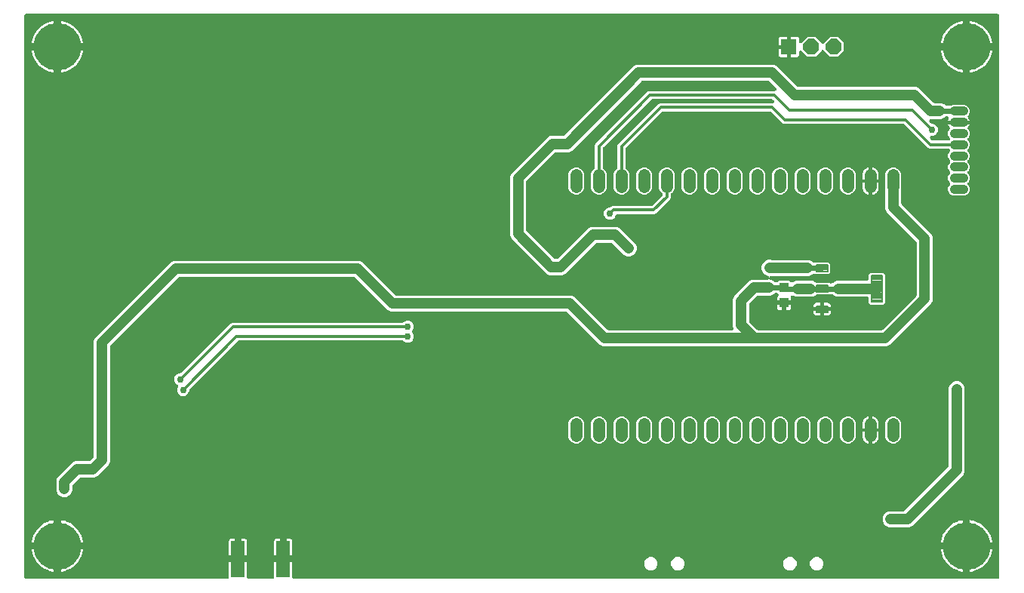
<source format=gbr>
G04 EAGLE Gerber RS-274X export*
G75*
%MOMM*%
%FSLAX34Y34*%
%LPD*%
%INBottom Copper*%
%IPPOS*%
%AMOC8*
5,1,8,0,0,1.08239X$1,22.5*%
G01*
%ADD10C,1.008000*%
%ADD11R,1.778000X1.778000*%
%ADD12P,1.924489X8X112.500000*%
%ADD13C,1.320800*%
%ADD14C,0.198000*%
%ADD15C,0.203000*%
%ADD16R,1.000000X1.100000*%
%ADD17C,5.334000*%
%ADD18R,1.524000X4.064000*%
%ADD19C,0.756400*%
%ADD20C,0.600000*%
%ADD21C,1.200000*%
%ADD22C,0.300000*%

G36*
X230470Y3004D02*
X230470Y3004D01*
X230500Y3002D01*
X230669Y3024D01*
X230837Y3041D01*
X230866Y3050D01*
X230896Y3054D01*
X231057Y3109D01*
X231219Y3159D01*
X231246Y3173D01*
X231274Y3183D01*
X231420Y3269D01*
X231569Y3350D01*
X231593Y3370D01*
X231619Y3385D01*
X231745Y3498D01*
X231875Y3608D01*
X231894Y3631D01*
X231916Y3652D01*
X232017Y3788D01*
X232123Y3921D01*
X232137Y3948D01*
X232155Y3972D01*
X232227Y4125D01*
X232304Y4277D01*
X232312Y4306D01*
X232325Y4333D01*
X232365Y4499D01*
X232410Y4662D01*
X232413Y4692D01*
X232420Y4721D01*
X232439Y5000D01*
X232439Y21511D01*
X240790Y21511D01*
X240820Y21514D01*
X240850Y21512D01*
X241019Y21534D01*
X241187Y21551D01*
X241216Y21560D01*
X241246Y21563D01*
X241407Y21618D01*
X241569Y21669D01*
X241595Y21683D01*
X241624Y21693D01*
X241770Y21779D01*
X241919Y21860D01*
X241942Y21880D01*
X241969Y21895D01*
X242095Y22008D01*
X242225Y22118D01*
X242243Y22141D01*
X242266Y22162D01*
X242367Y22298D01*
X242473Y22431D01*
X242487Y22458D01*
X242505Y22482D01*
X242577Y22635D01*
X242595Y22672D01*
X242679Y22530D01*
X242761Y22380D01*
X242780Y22357D01*
X242795Y22331D01*
X242909Y22205D01*
X243018Y22075D01*
X243042Y22056D01*
X243062Y22034D01*
X243198Y21933D01*
X243331Y21827D01*
X243358Y21813D01*
X243382Y21795D01*
X243536Y21723D01*
X243687Y21646D01*
X243716Y21638D01*
X243744Y21625D01*
X243909Y21585D01*
X244072Y21540D01*
X244102Y21537D01*
X244132Y21530D01*
X244410Y21511D01*
X252761Y21511D01*
X252761Y5000D01*
X252764Y4970D01*
X252762Y4940D01*
X252784Y4771D01*
X252801Y4603D01*
X252810Y4574D01*
X252814Y4544D01*
X252869Y4383D01*
X252919Y4221D01*
X252933Y4194D01*
X252943Y4166D01*
X253029Y4020D01*
X253110Y3871D01*
X253130Y3847D01*
X253145Y3821D01*
X253258Y3695D01*
X253368Y3565D01*
X253391Y3546D01*
X253412Y3524D01*
X253548Y3423D01*
X253681Y3317D01*
X253708Y3303D01*
X253732Y3285D01*
X253885Y3213D01*
X254037Y3136D01*
X254066Y3128D01*
X254093Y3115D01*
X254259Y3075D01*
X254422Y3030D01*
X254452Y3027D01*
X254481Y3020D01*
X254760Y3001D01*
X281240Y3001D01*
X281270Y3004D01*
X281300Y3002D01*
X281469Y3024D01*
X281637Y3041D01*
X281666Y3050D01*
X281696Y3054D01*
X281857Y3109D01*
X282019Y3159D01*
X282046Y3173D01*
X282074Y3183D01*
X282220Y3269D01*
X282369Y3350D01*
X282393Y3370D01*
X282419Y3385D01*
X282545Y3498D01*
X282675Y3608D01*
X282694Y3631D01*
X282716Y3652D01*
X282817Y3788D01*
X282923Y3921D01*
X282937Y3948D01*
X282955Y3972D01*
X283027Y4125D01*
X283104Y4277D01*
X283112Y4306D01*
X283125Y4333D01*
X283165Y4499D01*
X283210Y4662D01*
X283213Y4692D01*
X283220Y4721D01*
X283239Y5000D01*
X283239Y21511D01*
X291590Y21511D01*
X291620Y21514D01*
X291650Y21512D01*
X291819Y21534D01*
X291987Y21551D01*
X292016Y21560D01*
X292046Y21563D01*
X292207Y21618D01*
X292369Y21669D01*
X292395Y21683D01*
X292424Y21693D01*
X292570Y21779D01*
X292719Y21860D01*
X292742Y21880D01*
X292769Y21895D01*
X292895Y22008D01*
X293025Y22118D01*
X293043Y22141D01*
X293066Y22162D01*
X293167Y22298D01*
X293273Y22431D01*
X293287Y22458D01*
X293305Y22482D01*
X293377Y22635D01*
X293395Y22672D01*
X293479Y22530D01*
X293561Y22380D01*
X293580Y22357D01*
X293595Y22331D01*
X293709Y22205D01*
X293818Y22075D01*
X293842Y22056D01*
X293862Y22034D01*
X293998Y21933D01*
X294131Y21827D01*
X294158Y21813D01*
X294182Y21795D01*
X294336Y21723D01*
X294487Y21646D01*
X294516Y21638D01*
X294544Y21625D01*
X294709Y21585D01*
X294872Y21540D01*
X294902Y21537D01*
X294932Y21530D01*
X295210Y21511D01*
X303561Y21511D01*
X303561Y5000D01*
X303564Y4970D01*
X303562Y4940D01*
X303584Y4771D01*
X303601Y4603D01*
X303610Y4574D01*
X303614Y4544D01*
X303669Y4383D01*
X303719Y4221D01*
X303733Y4194D01*
X303743Y4166D01*
X303829Y4020D01*
X303910Y3871D01*
X303930Y3847D01*
X303945Y3821D01*
X304058Y3695D01*
X304168Y3565D01*
X304191Y3546D01*
X304212Y3524D01*
X304348Y3423D01*
X304481Y3317D01*
X304508Y3303D01*
X304532Y3285D01*
X304685Y3213D01*
X304837Y3136D01*
X304866Y3128D01*
X304893Y3115D01*
X305059Y3075D01*
X305222Y3030D01*
X305252Y3027D01*
X305281Y3020D01*
X305560Y3001D01*
X1095000Y3001D01*
X1095030Y3004D01*
X1095060Y3002D01*
X1095229Y3024D01*
X1095397Y3041D01*
X1095426Y3050D01*
X1095456Y3054D01*
X1095617Y3109D01*
X1095779Y3159D01*
X1095806Y3173D01*
X1095834Y3183D01*
X1095980Y3269D01*
X1096129Y3350D01*
X1096153Y3370D01*
X1096179Y3385D01*
X1096305Y3498D01*
X1096435Y3608D01*
X1096454Y3631D01*
X1096476Y3652D01*
X1096577Y3788D01*
X1096683Y3921D01*
X1096697Y3948D01*
X1096715Y3972D01*
X1096787Y4125D01*
X1096864Y4277D01*
X1096872Y4306D01*
X1096885Y4333D01*
X1096925Y4499D01*
X1096970Y4662D01*
X1096973Y4692D01*
X1096980Y4721D01*
X1096999Y5000D01*
X1096999Y635000D01*
X1096996Y635030D01*
X1096998Y635060D01*
X1096976Y635229D01*
X1096959Y635397D01*
X1096950Y635426D01*
X1096946Y635456D01*
X1096891Y635617D01*
X1096841Y635779D01*
X1096827Y635806D01*
X1096817Y635834D01*
X1096731Y635980D01*
X1096650Y636129D01*
X1096630Y636153D01*
X1096615Y636179D01*
X1096502Y636305D01*
X1096392Y636435D01*
X1096369Y636454D01*
X1096348Y636476D01*
X1096212Y636577D01*
X1096079Y636683D01*
X1096052Y636697D01*
X1096028Y636715D01*
X1095875Y636787D01*
X1095723Y636864D01*
X1095694Y636872D01*
X1095667Y636885D01*
X1095501Y636925D01*
X1095338Y636970D01*
X1095308Y636973D01*
X1095279Y636980D01*
X1095000Y636999D01*
X5000Y636999D01*
X4970Y636996D01*
X4940Y636998D01*
X4771Y636976D01*
X4603Y636959D01*
X4574Y636950D01*
X4544Y636946D01*
X4383Y636891D01*
X4221Y636841D01*
X4194Y636827D01*
X4166Y636817D01*
X4020Y636731D01*
X3871Y636650D01*
X3847Y636630D01*
X3821Y636615D01*
X3695Y636502D01*
X3565Y636392D01*
X3546Y636369D01*
X3524Y636348D01*
X3423Y636212D01*
X3317Y636079D01*
X3303Y636052D01*
X3285Y636028D01*
X3213Y635875D01*
X3136Y635723D01*
X3128Y635694D01*
X3115Y635667D01*
X3075Y635501D01*
X3030Y635338D01*
X3027Y635308D01*
X3020Y635279D01*
X3001Y635000D01*
X3001Y5000D01*
X3004Y4970D01*
X3002Y4940D01*
X3024Y4771D01*
X3041Y4603D01*
X3050Y4574D01*
X3054Y4544D01*
X3109Y4383D01*
X3159Y4221D01*
X3173Y4194D01*
X3183Y4166D01*
X3269Y4020D01*
X3350Y3871D01*
X3370Y3847D01*
X3385Y3821D01*
X3498Y3695D01*
X3608Y3565D01*
X3631Y3546D01*
X3652Y3524D01*
X3788Y3423D01*
X3921Y3317D01*
X3948Y3303D01*
X3972Y3285D01*
X4125Y3213D01*
X4277Y3136D01*
X4306Y3128D01*
X4333Y3115D01*
X4499Y3075D01*
X4662Y3030D01*
X4692Y3027D01*
X4721Y3020D01*
X5000Y3001D01*
X230440Y3001D01*
X230470Y3004D01*
G37*
%LPC*%
G36*
X46210Y94999D02*
X46210Y94999D01*
X42902Y96370D01*
X40370Y98902D01*
X38999Y102210D01*
X38999Y113790D01*
X40370Y117098D01*
X56902Y133630D01*
X60210Y135001D01*
X75444Y135001D01*
X75489Y135005D01*
X75534Y135003D01*
X75687Y135025D01*
X75841Y135041D01*
X75884Y135054D01*
X75929Y135061D01*
X76075Y135113D01*
X76223Y135159D01*
X76263Y135180D01*
X76305Y135196D01*
X76437Y135276D01*
X76573Y135350D01*
X76608Y135380D01*
X76647Y135403D01*
X76857Y135586D01*
X80414Y139143D01*
X80442Y139178D01*
X80476Y139208D01*
X80568Y139332D01*
X80667Y139452D01*
X80688Y139492D01*
X80715Y139528D01*
X80781Y139668D01*
X80853Y139805D01*
X80866Y139849D01*
X80885Y139890D01*
X80922Y140040D01*
X80965Y140189D01*
X80969Y140234D01*
X80980Y140278D01*
X80999Y140556D01*
X80999Y269790D01*
X82370Y273098D01*
X167902Y358630D01*
X171210Y360001D01*
X378790Y360001D01*
X382098Y358630D01*
X419143Y321586D01*
X419178Y321558D01*
X419208Y321524D01*
X419332Y321432D01*
X419452Y321333D01*
X419492Y321312D01*
X419528Y321285D01*
X419668Y321219D01*
X419805Y321147D01*
X419849Y321134D01*
X419890Y321115D01*
X420040Y321078D01*
X420189Y321035D01*
X420234Y321031D01*
X420278Y321020D01*
X420556Y321001D01*
X616790Y321001D01*
X620098Y319630D01*
X622911Y316818D01*
X622912Y316817D01*
X657143Y282586D01*
X657178Y282558D01*
X657208Y282524D01*
X657332Y282432D01*
X657452Y282333D01*
X657492Y282312D01*
X657528Y282285D01*
X657668Y282219D01*
X657805Y282147D01*
X657849Y282134D01*
X657890Y282115D01*
X658040Y282078D01*
X658189Y282035D01*
X658234Y282031D01*
X658278Y282020D01*
X658556Y282001D01*
X796751Y282001D01*
X796773Y282003D01*
X796796Y282001D01*
X796972Y282023D01*
X797148Y282041D01*
X797170Y282047D01*
X797192Y282050D01*
X797360Y282106D01*
X797530Y282159D01*
X797550Y282170D01*
X797571Y282177D01*
X797724Y282265D01*
X797880Y282350D01*
X797897Y282365D01*
X797917Y282376D01*
X798050Y282494D01*
X798185Y282608D01*
X798199Y282626D01*
X798217Y282641D01*
X798324Y282782D01*
X798434Y282921D01*
X798444Y282941D01*
X798458Y282959D01*
X798534Y283119D01*
X798614Y283277D01*
X798621Y283299D01*
X798630Y283319D01*
X798674Y283491D01*
X798721Y283662D01*
X798723Y283684D01*
X798728Y283707D01*
X798737Y283884D01*
X798749Y284060D01*
X798746Y284083D01*
X798747Y284106D01*
X798720Y284281D01*
X798697Y284456D01*
X798690Y284478D01*
X798686Y284500D01*
X798598Y284765D01*
X797999Y286210D01*
X797999Y316790D01*
X799370Y320098D01*
X816702Y337430D01*
X820010Y338801D01*
X836871Y338801D01*
X836878Y338801D01*
X836886Y338801D01*
X837076Y338821D01*
X837268Y338841D01*
X837275Y338843D01*
X837283Y338844D01*
X837465Y338901D01*
X837650Y338959D01*
X837656Y338962D01*
X837664Y338965D01*
X837830Y339057D01*
X838000Y339150D01*
X838006Y339155D01*
X838013Y339159D01*
X838158Y339284D01*
X838306Y339408D01*
X838310Y339414D01*
X838316Y339419D01*
X838434Y339570D01*
X838554Y339721D01*
X838557Y339728D01*
X838562Y339734D01*
X838647Y339905D01*
X838735Y340077D01*
X838737Y340084D01*
X838737Y340085D01*
X838750Y340047D01*
X838812Y339866D01*
X838816Y339859D01*
X838819Y339852D01*
X838919Y339685D01*
X839015Y339521D01*
X839020Y339516D01*
X839023Y339509D01*
X839153Y339367D01*
X839281Y339224D01*
X839287Y339219D01*
X839292Y339214D01*
X839448Y339099D01*
X839601Y338985D01*
X839608Y338982D01*
X839614Y338978D01*
X839864Y338853D01*
X843298Y337430D01*
X844343Y336386D01*
X844378Y336358D01*
X844408Y336324D01*
X844532Y336232D01*
X844652Y336133D01*
X844692Y336112D01*
X844728Y336085D01*
X844868Y336019D01*
X845005Y335947D01*
X845049Y335934D01*
X845090Y335915D01*
X845240Y335878D01*
X845389Y335835D01*
X845434Y335831D01*
X845478Y335820D01*
X845756Y335801D01*
X847043Y335801D01*
X847088Y335805D01*
X847134Y335803D01*
X847287Y335825D01*
X847441Y335841D01*
X847484Y335854D01*
X847529Y335861D01*
X847674Y335913D01*
X847822Y335959D01*
X847862Y335980D01*
X847905Y335996D01*
X848037Y336076D01*
X848173Y336150D01*
X848207Y336180D01*
X848246Y336203D01*
X848457Y336386D01*
X849371Y337301D01*
X861029Y337301D01*
X862187Y336143D01*
X862210Y336124D01*
X862230Y336101D01*
X862365Y335997D01*
X862496Y335890D01*
X862523Y335876D01*
X862547Y335857D01*
X862699Y335783D01*
X862849Y335704D01*
X862878Y335695D01*
X862905Y335682D01*
X863070Y335639D01*
X863232Y335591D01*
X863263Y335589D01*
X863292Y335581D01*
X863461Y335572D01*
X863630Y335558D01*
X863661Y335561D01*
X863691Y335559D01*
X863858Y335584D01*
X864027Y335603D01*
X864056Y335613D01*
X864086Y335617D01*
X864246Y335675D01*
X864407Y335727D01*
X864433Y335742D01*
X864462Y335752D01*
X864607Y335841D01*
X864754Y335924D01*
X864777Y335944D01*
X864803Y335960D01*
X865014Y336143D01*
X865201Y336330D01*
X868510Y337701D01*
X887090Y337701D01*
X890398Y336330D01*
X890943Y335786D01*
X890978Y335758D01*
X891008Y335724D01*
X891132Y335632D01*
X891252Y335533D01*
X891292Y335512D01*
X891328Y335485D01*
X891468Y335419D01*
X891605Y335347D01*
X891649Y335334D01*
X891690Y335315D01*
X891840Y335278D01*
X891989Y335235D01*
X892034Y335231D01*
X892078Y335220D01*
X892356Y335201D01*
X905560Y335201D01*
X905653Y335132D01*
X905772Y335033D01*
X905813Y335012D01*
X905849Y334985D01*
X905989Y334919D01*
X906126Y334847D01*
X906169Y334834D01*
X906210Y334815D01*
X906361Y334778D01*
X906509Y334735D01*
X906554Y334731D01*
X906598Y334720D01*
X906877Y334701D01*
X908744Y334701D01*
X908789Y334705D01*
X908834Y334703D01*
X908987Y334725D01*
X909141Y334741D01*
X909184Y334754D01*
X909229Y334761D01*
X909375Y334813D01*
X909523Y334859D01*
X909562Y334880D01*
X909605Y334896D01*
X909737Y334976D01*
X909873Y335050D01*
X909908Y335080D01*
X909947Y335103D01*
X910157Y335286D01*
X911202Y336330D01*
X914510Y337701D01*
X948300Y337701D01*
X948330Y337704D01*
X948360Y337702D01*
X948529Y337724D01*
X948697Y337741D01*
X948726Y337750D01*
X948756Y337754D01*
X948917Y337809D01*
X949079Y337859D01*
X949106Y337873D01*
X949134Y337883D01*
X949280Y337969D01*
X949429Y338050D01*
X949453Y338070D01*
X949479Y338085D01*
X949605Y338198D01*
X949735Y338308D01*
X949754Y338331D01*
X949776Y338352D01*
X949877Y338488D01*
X949983Y338621D01*
X949997Y338648D01*
X950015Y338672D01*
X950087Y338825D01*
X950164Y338977D01*
X950172Y339006D01*
X950185Y339033D01*
X950225Y339199D01*
X950270Y339362D01*
X950273Y339392D01*
X950280Y339421D01*
X950299Y339700D01*
X950299Y344684D01*
X952066Y346451D01*
X967034Y346451D01*
X968801Y344684D01*
X968801Y312716D01*
X967034Y310949D01*
X952066Y310949D01*
X950299Y312716D01*
X950299Y317700D01*
X950296Y317730D01*
X950298Y317760D01*
X950276Y317929D01*
X950259Y318097D01*
X950250Y318126D01*
X950246Y318156D01*
X950191Y318317D01*
X950141Y318479D01*
X950127Y318506D01*
X950117Y318534D01*
X950031Y318680D01*
X949950Y318829D01*
X949930Y318853D01*
X949915Y318879D01*
X949802Y319005D01*
X949692Y319135D01*
X949669Y319154D01*
X949648Y319176D01*
X949512Y319277D01*
X949379Y319383D01*
X949352Y319397D01*
X949328Y319415D01*
X949175Y319487D01*
X949023Y319564D01*
X948994Y319572D01*
X948967Y319585D01*
X948801Y319625D01*
X948638Y319670D01*
X948608Y319673D01*
X948579Y319680D01*
X948300Y319699D01*
X914510Y319699D01*
X911202Y321070D01*
X910157Y322114D01*
X910122Y322142D01*
X910092Y322176D01*
X909968Y322268D01*
X909848Y322367D01*
X909808Y322388D01*
X909772Y322415D01*
X909632Y322481D01*
X909495Y322553D01*
X909451Y322566D01*
X909410Y322585D01*
X909260Y322622D01*
X909111Y322665D01*
X909066Y322669D01*
X909022Y322680D01*
X908744Y322699D01*
X906877Y322699D01*
X906832Y322695D01*
X906786Y322697D01*
X906633Y322675D01*
X906479Y322659D01*
X906436Y322646D01*
X906391Y322639D01*
X906246Y322587D01*
X906098Y322541D01*
X906058Y322520D01*
X906015Y322504D01*
X905883Y322424D01*
X905747Y322350D01*
X905713Y322320D01*
X905674Y322297D01*
X905562Y322199D01*
X892356Y322199D01*
X892311Y322195D01*
X892266Y322197D01*
X892113Y322175D01*
X891959Y322159D01*
X891916Y322146D01*
X891871Y322139D01*
X891725Y322087D01*
X891577Y322041D01*
X891538Y322020D01*
X891495Y322004D01*
X891363Y321924D01*
X891227Y321850D01*
X891192Y321820D01*
X891153Y321797D01*
X890943Y321614D01*
X890398Y321070D01*
X887090Y319699D01*
X868510Y319699D01*
X865445Y320969D01*
X865364Y320993D01*
X865287Y321027D01*
X865173Y321051D01*
X865063Y321084D01*
X864979Y321092D01*
X864896Y321109D01*
X864780Y321110D01*
X864665Y321121D01*
X864581Y321112D01*
X864497Y321112D01*
X864383Y321090D01*
X864268Y321078D01*
X864187Y321052D01*
X864104Y321036D01*
X863998Y320992D01*
X863887Y320957D01*
X863813Y320916D01*
X863735Y320884D01*
X863639Y320819D01*
X863538Y320763D01*
X863474Y320708D01*
X863404Y320661D01*
X863323Y320578D01*
X863235Y320503D01*
X863183Y320436D01*
X863123Y320376D01*
X863060Y320279D01*
X862989Y320188D01*
X862951Y320113D01*
X862905Y320042D01*
X862862Y319934D01*
X862811Y319831D01*
X862789Y319749D01*
X862758Y319671D01*
X862737Y319557D01*
X862707Y319445D01*
X862702Y319360D01*
X862687Y319278D01*
X862689Y319162D01*
X862682Y319046D01*
X862694Y318962D01*
X862696Y318878D01*
X862730Y318701D01*
X862737Y318651D01*
X862741Y318640D01*
X862741Y315299D01*
X855700Y315299D01*
X855670Y315296D01*
X855640Y315298D01*
X855471Y315276D01*
X855303Y315259D01*
X855274Y315250D01*
X855244Y315246D01*
X855191Y315228D01*
X855038Y315270D01*
X855008Y315273D01*
X854978Y315280D01*
X854700Y315299D01*
X847659Y315299D01*
X847659Y318634D01*
X847832Y319281D01*
X848167Y319860D01*
X848575Y320268D01*
X848594Y320292D01*
X848617Y320311D01*
X848720Y320446D01*
X848828Y320577D01*
X848842Y320604D01*
X848860Y320628D01*
X848935Y320781D01*
X849014Y320931D01*
X849023Y320960D01*
X849036Y320987D01*
X849079Y321151D01*
X849126Y321314D01*
X849129Y321344D01*
X849137Y321373D01*
X849146Y321542D01*
X849160Y321712D01*
X849157Y321742D01*
X849159Y321772D01*
X849134Y321940D01*
X849114Y322109D01*
X849105Y322137D01*
X849101Y322167D01*
X849043Y322328D01*
X848991Y322489D01*
X848976Y322515D01*
X848965Y322543D01*
X848877Y322689D01*
X848794Y322836D01*
X848774Y322859D01*
X848758Y322885D01*
X848575Y323096D01*
X848457Y323214D01*
X848422Y323242D01*
X848391Y323276D01*
X848267Y323368D01*
X848148Y323467D01*
X848107Y323488D01*
X848071Y323515D01*
X847931Y323581D01*
X847794Y323653D01*
X847751Y323666D01*
X847710Y323685D01*
X847559Y323722D01*
X847411Y323765D01*
X847366Y323769D01*
X847322Y323780D01*
X847043Y323799D01*
X845756Y323799D01*
X845711Y323795D01*
X845666Y323797D01*
X845513Y323775D01*
X845359Y323759D01*
X845316Y323746D01*
X845271Y323739D01*
X845125Y323687D01*
X844977Y323641D01*
X844938Y323620D01*
X844895Y323604D01*
X844763Y323524D01*
X844627Y323450D01*
X844592Y323420D01*
X844553Y323397D01*
X844343Y323214D01*
X843298Y322170D01*
X839990Y320799D01*
X826356Y320799D01*
X826311Y320795D01*
X826266Y320797D01*
X826113Y320775D01*
X825959Y320759D01*
X825916Y320746D01*
X825871Y320739D01*
X825725Y320687D01*
X825577Y320641D01*
X825538Y320620D01*
X825495Y320604D01*
X825363Y320524D01*
X825227Y320450D01*
X825192Y320420D01*
X825153Y320397D01*
X824943Y320214D01*
X816586Y311857D01*
X816558Y311822D01*
X816524Y311792D01*
X816432Y311668D01*
X816333Y311548D01*
X816312Y311508D01*
X816285Y311472D01*
X816219Y311332D01*
X816147Y311195D01*
X816134Y311151D01*
X816115Y311110D01*
X816078Y310960D01*
X816035Y310811D01*
X816031Y310766D01*
X816020Y310722D01*
X816001Y310444D01*
X816001Y292556D01*
X816005Y292511D01*
X816003Y292466D01*
X816025Y292313D01*
X816041Y292159D01*
X816054Y292116D01*
X816061Y292071D01*
X816113Y291925D01*
X816159Y291777D01*
X816180Y291738D01*
X816196Y291695D01*
X816276Y291563D01*
X816350Y291427D01*
X816380Y291392D01*
X816403Y291353D01*
X816586Y291143D01*
X825143Y282586D01*
X825178Y282558D01*
X825208Y282524D01*
X825332Y282432D01*
X825452Y282333D01*
X825492Y282312D01*
X825528Y282285D01*
X825668Y282219D01*
X825805Y282147D01*
X825849Y282134D01*
X825890Y282115D01*
X826040Y282078D01*
X826189Y282035D01*
X826234Y282031D01*
X826278Y282020D01*
X826556Y282001D01*
X964444Y282001D01*
X964489Y282005D01*
X964534Y282003D01*
X964687Y282025D01*
X964841Y282041D01*
X964884Y282054D01*
X964929Y282061D01*
X965075Y282113D01*
X965223Y282159D01*
X965262Y282180D01*
X965305Y282196D01*
X965437Y282276D01*
X965573Y282350D01*
X965608Y282380D01*
X965647Y282403D01*
X965857Y282586D01*
X1003414Y320143D01*
X1003442Y320178D01*
X1003476Y320208D01*
X1003568Y320332D01*
X1003667Y320452D01*
X1003688Y320492D01*
X1003715Y320528D01*
X1003781Y320668D01*
X1003853Y320805D01*
X1003866Y320849D01*
X1003885Y320890D01*
X1003922Y321040D01*
X1003965Y321189D01*
X1003969Y321234D01*
X1003980Y321278D01*
X1003999Y321556D01*
X1003999Y380444D01*
X1003995Y380489D01*
X1003997Y380534D01*
X1003975Y380687D01*
X1003959Y380841D01*
X1003946Y380884D01*
X1003939Y380929D01*
X1003887Y381075D01*
X1003841Y381223D01*
X1003820Y381263D01*
X1003804Y381305D01*
X1003724Y381437D01*
X1003650Y381573D01*
X1003620Y381608D01*
X1003597Y381647D01*
X1003414Y381857D01*
X972983Y412288D01*
X970170Y415102D01*
X968799Y418410D01*
X968799Y451190D01*
X969043Y451779D01*
X969058Y451830D01*
X969081Y451878D01*
X969116Y452021D01*
X969158Y452161D01*
X969163Y452214D01*
X969176Y452266D01*
X969195Y452544D01*
X969195Y457716D01*
X970505Y460878D01*
X972926Y463299D01*
X976088Y464609D01*
X979512Y464609D01*
X982674Y463299D01*
X985095Y460878D01*
X986405Y457716D01*
X986405Y452544D01*
X986410Y452491D01*
X986408Y452439D01*
X986430Y452293D01*
X986445Y452147D01*
X986460Y452096D01*
X986468Y452044D01*
X986557Y451779D01*
X986801Y451190D01*
X986801Y424756D01*
X986805Y424711D01*
X986803Y424666D01*
X986825Y424513D01*
X986841Y424359D01*
X986854Y424316D01*
X986861Y424271D01*
X986913Y424125D01*
X986959Y423977D01*
X986980Y423937D01*
X986996Y423895D01*
X987076Y423763D01*
X987150Y423627D01*
X987180Y423592D01*
X987203Y423553D01*
X987386Y423343D01*
X1017817Y392912D01*
X1020630Y390098D01*
X1022001Y386790D01*
X1022001Y315210D01*
X1020630Y311902D01*
X974098Y265370D01*
X970790Y263999D01*
X652210Y263999D01*
X648902Y265370D01*
X611857Y302414D01*
X611822Y302442D01*
X611792Y302476D01*
X611668Y302568D01*
X611548Y302667D01*
X611508Y302688D01*
X611472Y302715D01*
X611332Y302781D01*
X611195Y302853D01*
X611151Y302866D01*
X611110Y302885D01*
X610960Y302922D01*
X610811Y302965D01*
X610766Y302969D01*
X610722Y302980D01*
X610444Y302999D01*
X414210Y302999D01*
X410902Y304370D01*
X373857Y341414D01*
X373822Y341442D01*
X373792Y341476D01*
X373668Y341568D01*
X373548Y341667D01*
X373508Y341688D01*
X373472Y341715D01*
X373332Y341781D01*
X373195Y341853D01*
X373151Y341866D01*
X373110Y341885D01*
X372960Y341922D01*
X372811Y341965D01*
X372766Y341969D01*
X372722Y341980D01*
X372444Y341999D01*
X177556Y341999D01*
X177511Y341995D01*
X177466Y341997D01*
X177313Y341975D01*
X177159Y341959D01*
X177116Y341946D01*
X177071Y341939D01*
X176925Y341887D01*
X176777Y341841D01*
X176738Y341820D01*
X176695Y341804D01*
X176563Y341724D01*
X176427Y341650D01*
X176392Y341620D01*
X176353Y341597D01*
X176143Y341414D01*
X99586Y264857D01*
X99558Y264822D01*
X99524Y264792D01*
X99432Y264668D01*
X99333Y264548D01*
X99312Y264508D01*
X99285Y264472D01*
X99219Y264332D01*
X99147Y264195D01*
X99134Y264151D01*
X99115Y264110D01*
X99078Y263960D01*
X99035Y263811D01*
X99031Y263766D01*
X99020Y263722D01*
X99001Y263444D01*
X99001Y134210D01*
X97630Y130902D01*
X87912Y121183D01*
X85098Y118370D01*
X81790Y116999D01*
X66556Y116999D01*
X66511Y116995D01*
X66466Y116997D01*
X66313Y116975D01*
X66159Y116959D01*
X66116Y116946D01*
X66071Y116939D01*
X65925Y116887D01*
X65777Y116841D01*
X65738Y116820D01*
X65695Y116804D01*
X65563Y116724D01*
X65427Y116650D01*
X65392Y116620D01*
X65353Y116597D01*
X65143Y116414D01*
X57586Y108857D01*
X57558Y108822D01*
X57524Y108792D01*
X57432Y108668D01*
X57333Y108548D01*
X57312Y108508D01*
X57285Y108472D01*
X57219Y108332D01*
X57147Y108195D01*
X57134Y108151D01*
X57115Y108110D01*
X57078Y107960D01*
X57035Y107811D01*
X57031Y107766D01*
X57020Y107722D01*
X57001Y107444D01*
X57001Y102210D01*
X55630Y98902D01*
X53098Y96370D01*
X49790Y94999D01*
X46210Y94999D01*
G37*
%LPD*%
%LPC*%
G36*
X592210Y343999D02*
X592210Y343999D01*
X588902Y345370D01*
X549370Y384902D01*
X547999Y388210D01*
X547999Y454790D01*
X549370Y458098D01*
X589902Y498630D01*
X593210Y500001D01*
X607444Y500001D01*
X607489Y500005D01*
X607534Y500003D01*
X607687Y500025D01*
X607841Y500041D01*
X607884Y500054D01*
X607929Y500061D01*
X608075Y500113D01*
X608223Y500159D01*
X608262Y500180D01*
X608305Y500196D01*
X608437Y500276D01*
X608573Y500350D01*
X608608Y500380D01*
X608647Y500403D01*
X608857Y500586D01*
X686902Y578630D01*
X690210Y580001D01*
X843790Y580001D01*
X847098Y578630D01*
X870143Y555586D01*
X870178Y555558D01*
X870208Y555524D01*
X870332Y555432D01*
X870452Y555333D01*
X870492Y555312D01*
X870528Y555285D01*
X870668Y555219D01*
X870805Y555147D01*
X870849Y555134D01*
X870890Y555115D01*
X871040Y555078D01*
X871189Y555035D01*
X871234Y555031D01*
X871278Y555020D01*
X871556Y555001D01*
X1003790Y555001D01*
X1007098Y553630D01*
X1023143Y537586D01*
X1023178Y537558D01*
X1023208Y537524D01*
X1023332Y537432D01*
X1023452Y537333D01*
X1023492Y537312D01*
X1023528Y537285D01*
X1023668Y537219D01*
X1023805Y537147D01*
X1023849Y537134D01*
X1023890Y537115D01*
X1024040Y537078D01*
X1024189Y537035D01*
X1024234Y537031D01*
X1024278Y537020D01*
X1024556Y537001D01*
X1031790Y537001D01*
X1035098Y535630D01*
X1036143Y534586D01*
X1036178Y534558D01*
X1036208Y534524D01*
X1036332Y534432D01*
X1036452Y534333D01*
X1036492Y534312D01*
X1036528Y534285D01*
X1036668Y534219D01*
X1036805Y534147D01*
X1036849Y534134D01*
X1036890Y534115D01*
X1037040Y534078D01*
X1037189Y534035D01*
X1037234Y534031D01*
X1037278Y534020D01*
X1037556Y534001D01*
X1042655Y534001D01*
X1042707Y534006D01*
X1042760Y534004D01*
X1042906Y534026D01*
X1043052Y534041D01*
X1043103Y534056D01*
X1043155Y534064D01*
X1043420Y534153D01*
X1044960Y534791D01*
X1057840Y534791D01*
X1060428Y533719D01*
X1062409Y531738D01*
X1063481Y529150D01*
X1063481Y526350D01*
X1062409Y523762D01*
X1061943Y523296D01*
X1061923Y523272D01*
X1061901Y523252D01*
X1061797Y523118D01*
X1061690Y522986D01*
X1061676Y522960D01*
X1061657Y522935D01*
X1061582Y522783D01*
X1061504Y522633D01*
X1061495Y522604D01*
X1061482Y522577D01*
X1061439Y522412D01*
X1061391Y522250D01*
X1061389Y522220D01*
X1061381Y522190D01*
X1061372Y522021D01*
X1061357Y521852D01*
X1061361Y521821D01*
X1061359Y521791D01*
X1061384Y521624D01*
X1061403Y521455D01*
X1061413Y521426D01*
X1061417Y521396D01*
X1061474Y521236D01*
X1061527Y521075D01*
X1061542Y521049D01*
X1061552Y521020D01*
X1061640Y520875D01*
X1061724Y520728D01*
X1061744Y520705D01*
X1061759Y520679D01*
X1061943Y520468D01*
X1062328Y520082D01*
X1063158Y518841D01*
X1063729Y517461D01*
X1063772Y517249D01*
X1051400Y517249D01*
X1039028Y517249D01*
X1039071Y517461D01*
X1039642Y518841D01*
X1039674Y518889D01*
X1039683Y518906D01*
X1039695Y518921D01*
X1039777Y519083D01*
X1039862Y519242D01*
X1039867Y519260D01*
X1039876Y519277D01*
X1039924Y519451D01*
X1039976Y519625D01*
X1039978Y519644D01*
X1039983Y519662D01*
X1039995Y519842D01*
X1040011Y520022D01*
X1040009Y520041D01*
X1040010Y520060D01*
X1039987Y520240D01*
X1039967Y520419D01*
X1039961Y520438D01*
X1039959Y520456D01*
X1039900Y520627D01*
X1039845Y520800D01*
X1039835Y520816D01*
X1039829Y520834D01*
X1039737Y520990D01*
X1039649Y521148D01*
X1039637Y521162D01*
X1039627Y521179D01*
X1039506Y521314D01*
X1039388Y521450D01*
X1039373Y521462D01*
X1039360Y521476D01*
X1039215Y521584D01*
X1039072Y521695D01*
X1039055Y521703D01*
X1039040Y521715D01*
X1038876Y521792D01*
X1038714Y521872D01*
X1038696Y521877D01*
X1038679Y521885D01*
X1038503Y521928D01*
X1038328Y521974D01*
X1038309Y521975D01*
X1038291Y521980D01*
X1038012Y521999D01*
X1037556Y521999D01*
X1037511Y521995D01*
X1037466Y521997D01*
X1037313Y521975D01*
X1037159Y521959D01*
X1037116Y521946D01*
X1037071Y521939D01*
X1036925Y521887D01*
X1036777Y521841D01*
X1036738Y521820D01*
X1036695Y521804D01*
X1036563Y521724D01*
X1036427Y521650D01*
X1036392Y521620D01*
X1036353Y521597D01*
X1036143Y521414D01*
X1035098Y520370D01*
X1031790Y518999D01*
X1020192Y518999D01*
X1020177Y518998D01*
X1020162Y518999D01*
X1019978Y518978D01*
X1019795Y518959D01*
X1019780Y518955D01*
X1019765Y518953D01*
X1019590Y518896D01*
X1019413Y518841D01*
X1019400Y518834D01*
X1019386Y518829D01*
X1019225Y518739D01*
X1019063Y518650D01*
X1019051Y518640D01*
X1019038Y518632D01*
X1018898Y518511D01*
X1018757Y518392D01*
X1018748Y518380D01*
X1018737Y518370D01*
X1018624Y518224D01*
X1018509Y518079D01*
X1018502Y518066D01*
X1018493Y518054D01*
X1018412Y517888D01*
X1018328Y517723D01*
X1018324Y517708D01*
X1018318Y517695D01*
X1018271Y517517D01*
X1018222Y517338D01*
X1018221Y517323D01*
X1018217Y517308D01*
X1018207Y517125D01*
X1018194Y516940D01*
X1018196Y516925D01*
X1018195Y516910D01*
X1018222Y516728D01*
X1018246Y516544D01*
X1018251Y516529D01*
X1018253Y516514D01*
X1018315Y516341D01*
X1018375Y516166D01*
X1018383Y516153D01*
X1018388Y516138D01*
X1018484Y515980D01*
X1018578Y515821D01*
X1018588Y515810D01*
X1018595Y515797D01*
X1018779Y515586D01*
X1019997Y514368D01*
X1020032Y514340D01*
X1020062Y514306D01*
X1020186Y514213D01*
X1020306Y514115D01*
X1020346Y514094D01*
X1020382Y514067D01*
X1020523Y514001D01*
X1020659Y513929D01*
X1020703Y513916D01*
X1020744Y513897D01*
X1020894Y513860D01*
X1021043Y513817D01*
X1021088Y513813D01*
X1021132Y513802D01*
X1021410Y513783D01*
X1022349Y513783D01*
X1024842Y512750D01*
X1026750Y510842D01*
X1027783Y508349D01*
X1027783Y505651D01*
X1026750Y503158D01*
X1024842Y501250D01*
X1022349Y500217D01*
X1020974Y500217D01*
X1020959Y500216D01*
X1020944Y500217D01*
X1020760Y500196D01*
X1020577Y500177D01*
X1020562Y500173D01*
X1020547Y500171D01*
X1020372Y500114D01*
X1020195Y500059D01*
X1020182Y500052D01*
X1020168Y500047D01*
X1020008Y499957D01*
X1019845Y499868D01*
X1019833Y499858D01*
X1019820Y499850D01*
X1019681Y499730D01*
X1019539Y499610D01*
X1019530Y499598D01*
X1019519Y499588D01*
X1019406Y499442D01*
X1019291Y499297D01*
X1019284Y499284D01*
X1019275Y499272D01*
X1019194Y499106D01*
X1019110Y498941D01*
X1019106Y498926D01*
X1019100Y498913D01*
X1019053Y498735D01*
X1019004Y498556D01*
X1019003Y498541D01*
X1018999Y498526D01*
X1018989Y498343D01*
X1018976Y498158D01*
X1018978Y498143D01*
X1018977Y498128D01*
X1019004Y497946D01*
X1019028Y497762D01*
X1019033Y497747D01*
X1019035Y497732D01*
X1019097Y497559D01*
X1019157Y497384D01*
X1019165Y497371D01*
X1019170Y497357D01*
X1019266Y497199D01*
X1019360Y497039D01*
X1019370Y497028D01*
X1019377Y497015D01*
X1019561Y496804D01*
X1021029Y495336D01*
X1021064Y495308D01*
X1021094Y495274D01*
X1021218Y495181D01*
X1021338Y495083D01*
X1021378Y495062D01*
X1021414Y495035D01*
X1021555Y494969D01*
X1021691Y494897D01*
X1021735Y494884D01*
X1021776Y494865D01*
X1021926Y494828D01*
X1022075Y494785D01*
X1022120Y494781D01*
X1022164Y494770D01*
X1022442Y494751D01*
X1039576Y494751D01*
X1039591Y494752D01*
X1039606Y494751D01*
X1039790Y494772D01*
X1039973Y494791D01*
X1039987Y494795D01*
X1040003Y494797D01*
X1040178Y494854D01*
X1040355Y494909D01*
X1040368Y494916D01*
X1040382Y494921D01*
X1040543Y495012D01*
X1040705Y495100D01*
X1040717Y495110D01*
X1040730Y495118D01*
X1040870Y495239D01*
X1041010Y495358D01*
X1041020Y495370D01*
X1041031Y495380D01*
X1041144Y495526D01*
X1041259Y495671D01*
X1041265Y495684D01*
X1041275Y495696D01*
X1041356Y495862D01*
X1041439Y496027D01*
X1041444Y496041D01*
X1041450Y496055D01*
X1041497Y496235D01*
X1041546Y496412D01*
X1041547Y496427D01*
X1041551Y496442D01*
X1041561Y496626D01*
X1041574Y496810D01*
X1041572Y496825D01*
X1041573Y496840D01*
X1041546Y497022D01*
X1041522Y497206D01*
X1041517Y497221D01*
X1041515Y497236D01*
X1041453Y497409D01*
X1041392Y497584D01*
X1041385Y497597D01*
X1041380Y497612D01*
X1041284Y497770D01*
X1041190Y497929D01*
X1041180Y497940D01*
X1041172Y497953D01*
X1040989Y498164D01*
X1040391Y498762D01*
X1039319Y501350D01*
X1039319Y504150D01*
X1040391Y506738D01*
X1040857Y507204D01*
X1040877Y507228D01*
X1040899Y507248D01*
X1041003Y507382D01*
X1041110Y507514D01*
X1041124Y507540D01*
X1041143Y507564D01*
X1041217Y507717D01*
X1041296Y507867D01*
X1041305Y507896D01*
X1041318Y507923D01*
X1041361Y508087D01*
X1041409Y508250D01*
X1041411Y508281D01*
X1041419Y508310D01*
X1041428Y508478D01*
X1041443Y508648D01*
X1041439Y508678D01*
X1041441Y508709D01*
X1041416Y508876D01*
X1041397Y509045D01*
X1041387Y509074D01*
X1041383Y509104D01*
X1041326Y509263D01*
X1041273Y509425D01*
X1041258Y509451D01*
X1041248Y509480D01*
X1041160Y509625D01*
X1041076Y509772D01*
X1041056Y509795D01*
X1041041Y509821D01*
X1040857Y510032D01*
X1040472Y510418D01*
X1039642Y511659D01*
X1039071Y513039D01*
X1039028Y513251D01*
X1051400Y513251D01*
X1063772Y513251D01*
X1063729Y513039D01*
X1063158Y511659D01*
X1062328Y510418D01*
X1061943Y510032D01*
X1061923Y510008D01*
X1061901Y509989D01*
X1061797Y509854D01*
X1061690Y509723D01*
X1061676Y509696D01*
X1061657Y509672D01*
X1061583Y509520D01*
X1061504Y509369D01*
X1061495Y509340D01*
X1061482Y509313D01*
X1061439Y509148D01*
X1061391Y508986D01*
X1061389Y508956D01*
X1061381Y508926D01*
X1061372Y508757D01*
X1061357Y508588D01*
X1061361Y508558D01*
X1061359Y508528D01*
X1061384Y508360D01*
X1061403Y508191D01*
X1061413Y508162D01*
X1061417Y508132D01*
X1061474Y507973D01*
X1061527Y507811D01*
X1061542Y507785D01*
X1061552Y507757D01*
X1061640Y507611D01*
X1061724Y507464D01*
X1061744Y507441D01*
X1061759Y507415D01*
X1061943Y507204D01*
X1062409Y506738D01*
X1063481Y504150D01*
X1063481Y501350D01*
X1062409Y498762D01*
X1061561Y497914D01*
X1061542Y497890D01*
X1061519Y497870D01*
X1061415Y497736D01*
X1061308Y497604D01*
X1061294Y497578D01*
X1061275Y497554D01*
X1061201Y497401D01*
X1061122Y497251D01*
X1061113Y497222D01*
X1061100Y497195D01*
X1061057Y497030D01*
X1061009Y496868D01*
X1061007Y496838D01*
X1060999Y496808D01*
X1060990Y496639D01*
X1060975Y496470D01*
X1060979Y496440D01*
X1060977Y496410D01*
X1061002Y496242D01*
X1061021Y496073D01*
X1061031Y496044D01*
X1061035Y496014D01*
X1061092Y495855D01*
X1061145Y495693D01*
X1061160Y495667D01*
X1061170Y495638D01*
X1061259Y495493D01*
X1061342Y495346D01*
X1061362Y495323D01*
X1061378Y495297D01*
X1061561Y495086D01*
X1062409Y494238D01*
X1063481Y491650D01*
X1063481Y488850D01*
X1062409Y486262D01*
X1061561Y485414D01*
X1061542Y485390D01*
X1061519Y485370D01*
X1061415Y485236D01*
X1061308Y485104D01*
X1061294Y485078D01*
X1061275Y485054D01*
X1061201Y484901D01*
X1061122Y484751D01*
X1061113Y484722D01*
X1061100Y484695D01*
X1061057Y484530D01*
X1061009Y484368D01*
X1061007Y484338D01*
X1060999Y484308D01*
X1060990Y484139D01*
X1060975Y483970D01*
X1060979Y483940D01*
X1060977Y483910D01*
X1061002Y483742D01*
X1061021Y483573D01*
X1061031Y483544D01*
X1061035Y483514D01*
X1061092Y483355D01*
X1061145Y483193D01*
X1061160Y483167D01*
X1061170Y483138D01*
X1061259Y482993D01*
X1061342Y482846D01*
X1061362Y482823D01*
X1061378Y482797D01*
X1061561Y482586D01*
X1062409Y481738D01*
X1063481Y479150D01*
X1063481Y476350D01*
X1062409Y473762D01*
X1061561Y472914D01*
X1061542Y472890D01*
X1061519Y472870D01*
X1061415Y472736D01*
X1061308Y472604D01*
X1061294Y472578D01*
X1061275Y472554D01*
X1061201Y472401D01*
X1061122Y472251D01*
X1061113Y472222D01*
X1061100Y472195D01*
X1061057Y472030D01*
X1061009Y471868D01*
X1061007Y471838D01*
X1060999Y471808D01*
X1060990Y471639D01*
X1060975Y471470D01*
X1060979Y471440D01*
X1060977Y471410D01*
X1061002Y471242D01*
X1061021Y471073D01*
X1061031Y471044D01*
X1061035Y471014D01*
X1061092Y470855D01*
X1061145Y470693D01*
X1061160Y470667D01*
X1061170Y470638D01*
X1061259Y470493D01*
X1061342Y470346D01*
X1061362Y470323D01*
X1061378Y470297D01*
X1061561Y470086D01*
X1062409Y469238D01*
X1063481Y466650D01*
X1063481Y463850D01*
X1062409Y461262D01*
X1061561Y460414D01*
X1061542Y460390D01*
X1061519Y460370D01*
X1061415Y460236D01*
X1061308Y460104D01*
X1061294Y460078D01*
X1061275Y460054D01*
X1061201Y459901D01*
X1061122Y459751D01*
X1061113Y459722D01*
X1061100Y459695D01*
X1061057Y459530D01*
X1061009Y459368D01*
X1061007Y459338D01*
X1060999Y459308D01*
X1060990Y459139D01*
X1060975Y458970D01*
X1060979Y458940D01*
X1060977Y458910D01*
X1061002Y458742D01*
X1061021Y458573D01*
X1061031Y458544D01*
X1061035Y458514D01*
X1061092Y458355D01*
X1061145Y458193D01*
X1061160Y458167D01*
X1061170Y458138D01*
X1061259Y457993D01*
X1061342Y457846D01*
X1061362Y457823D01*
X1061378Y457797D01*
X1061561Y457586D01*
X1062409Y456738D01*
X1063481Y454150D01*
X1063481Y451350D01*
X1062409Y448762D01*
X1061561Y447914D01*
X1061542Y447890D01*
X1061519Y447870D01*
X1061415Y447736D01*
X1061308Y447604D01*
X1061294Y447578D01*
X1061275Y447554D01*
X1061201Y447401D01*
X1061122Y447251D01*
X1061113Y447222D01*
X1061100Y447195D01*
X1061057Y447030D01*
X1061009Y446868D01*
X1061007Y446838D01*
X1060999Y446808D01*
X1060990Y446639D01*
X1060975Y446470D01*
X1060979Y446440D01*
X1060977Y446410D01*
X1061002Y446242D01*
X1061021Y446073D01*
X1061031Y446044D01*
X1061035Y446014D01*
X1061092Y445855D01*
X1061145Y445693D01*
X1061160Y445667D01*
X1061170Y445638D01*
X1061259Y445493D01*
X1061342Y445346D01*
X1061362Y445323D01*
X1061378Y445297D01*
X1061561Y445086D01*
X1062409Y444238D01*
X1063481Y441650D01*
X1063481Y438850D01*
X1062409Y436262D01*
X1060428Y434281D01*
X1057840Y433209D01*
X1044960Y433209D01*
X1042372Y434281D01*
X1040391Y436262D01*
X1039319Y438850D01*
X1039319Y441650D01*
X1040391Y444238D01*
X1041239Y445086D01*
X1041258Y445110D01*
X1041281Y445130D01*
X1041385Y445265D01*
X1041492Y445396D01*
X1041506Y445422D01*
X1041525Y445446D01*
X1041599Y445599D01*
X1041678Y445749D01*
X1041687Y445778D01*
X1041700Y445805D01*
X1041743Y445969D01*
X1041791Y446132D01*
X1041793Y446162D01*
X1041801Y446192D01*
X1041810Y446360D01*
X1041825Y446530D01*
X1041821Y446560D01*
X1041823Y446590D01*
X1041798Y446758D01*
X1041779Y446927D01*
X1041769Y446956D01*
X1041765Y446986D01*
X1041707Y447146D01*
X1041655Y447307D01*
X1041640Y447333D01*
X1041630Y447361D01*
X1041542Y447507D01*
X1041458Y447654D01*
X1041438Y447677D01*
X1041422Y447703D01*
X1041239Y447914D01*
X1040391Y448762D01*
X1039319Y451350D01*
X1039319Y454150D01*
X1040391Y456738D01*
X1041239Y457586D01*
X1041258Y457610D01*
X1041281Y457630D01*
X1041385Y457765D01*
X1041492Y457896D01*
X1041506Y457922D01*
X1041525Y457946D01*
X1041599Y458098D01*
X1041678Y458249D01*
X1041687Y458278D01*
X1041700Y458305D01*
X1041743Y458469D01*
X1041791Y458632D01*
X1041793Y458662D01*
X1041801Y458692D01*
X1041810Y458860D01*
X1041825Y459030D01*
X1041821Y459060D01*
X1041823Y459090D01*
X1041798Y459258D01*
X1041779Y459427D01*
X1041769Y459456D01*
X1041765Y459486D01*
X1041707Y459646D01*
X1041655Y459807D01*
X1041640Y459833D01*
X1041630Y459861D01*
X1041542Y460007D01*
X1041458Y460154D01*
X1041438Y460177D01*
X1041422Y460203D01*
X1041239Y460414D01*
X1040391Y461262D01*
X1039319Y463850D01*
X1039319Y466650D01*
X1040391Y469238D01*
X1041239Y470086D01*
X1041258Y470110D01*
X1041281Y470130D01*
X1041385Y470265D01*
X1041492Y470396D01*
X1041506Y470422D01*
X1041525Y470446D01*
X1041599Y470599D01*
X1041678Y470749D01*
X1041687Y470778D01*
X1041700Y470805D01*
X1041743Y470969D01*
X1041791Y471132D01*
X1041793Y471162D01*
X1041801Y471192D01*
X1041810Y471360D01*
X1041825Y471530D01*
X1041821Y471560D01*
X1041823Y471590D01*
X1041798Y471758D01*
X1041779Y471927D01*
X1041769Y471956D01*
X1041765Y471986D01*
X1041707Y472146D01*
X1041655Y472307D01*
X1041640Y472333D01*
X1041630Y472361D01*
X1041542Y472507D01*
X1041458Y472654D01*
X1041438Y472677D01*
X1041422Y472703D01*
X1041239Y472914D01*
X1040391Y473762D01*
X1039319Y476350D01*
X1039319Y479150D01*
X1040391Y481738D01*
X1040989Y482336D01*
X1040999Y482348D01*
X1041010Y482358D01*
X1041125Y482503D01*
X1041242Y482646D01*
X1041249Y482659D01*
X1041259Y482671D01*
X1041342Y482836D01*
X1041428Y482999D01*
X1041433Y483013D01*
X1041439Y483027D01*
X1041489Y483204D01*
X1041541Y483382D01*
X1041542Y483397D01*
X1041546Y483412D01*
X1041559Y483595D01*
X1041575Y483780D01*
X1041573Y483795D01*
X1041574Y483810D01*
X1041550Y483994D01*
X1041529Y484177D01*
X1041524Y484191D01*
X1041522Y484206D01*
X1041462Y484382D01*
X1041405Y484557D01*
X1041397Y484570D01*
X1041392Y484584D01*
X1041299Y484744D01*
X1041208Y484904D01*
X1041198Y484916D01*
X1041190Y484929D01*
X1041067Y485067D01*
X1040946Y485206D01*
X1040934Y485215D01*
X1040924Y485226D01*
X1040775Y485337D01*
X1040629Y485449D01*
X1040616Y485456D01*
X1040603Y485465D01*
X1040437Y485543D01*
X1040271Y485625D01*
X1040256Y485628D01*
X1040242Y485635D01*
X1040063Y485679D01*
X1039884Y485725D01*
X1039869Y485726D01*
X1039854Y485730D01*
X1039576Y485749D01*
X1018855Y485749D01*
X1017201Y486434D01*
X990721Y512914D01*
X990686Y512942D01*
X990656Y512976D01*
X990532Y513068D01*
X990412Y513167D01*
X990372Y513188D01*
X990336Y513215D01*
X990196Y513281D01*
X990059Y513353D01*
X990015Y513366D01*
X989974Y513385D01*
X989824Y513422D01*
X989675Y513465D01*
X989630Y513469D01*
X989586Y513480D01*
X989308Y513499D01*
X855105Y513499D01*
X853451Y514184D01*
X840721Y526914D01*
X840686Y526942D01*
X840656Y526976D01*
X840532Y527068D01*
X840412Y527167D01*
X840372Y527188D01*
X840336Y527215D01*
X840196Y527281D01*
X840059Y527353D01*
X840015Y527366D01*
X839974Y527385D01*
X839824Y527422D01*
X839675Y527465D01*
X839630Y527469D01*
X839586Y527480D01*
X839308Y527499D01*
X719692Y527499D01*
X719647Y527495D01*
X719602Y527497D01*
X719449Y527475D01*
X719295Y527459D01*
X719252Y527446D01*
X719207Y527439D01*
X719061Y527387D01*
X718913Y527341D01*
X718874Y527320D01*
X718831Y527304D01*
X718699Y527224D01*
X718563Y527150D01*
X718528Y527120D01*
X718489Y527097D01*
X718279Y526914D01*
X678086Y486721D01*
X678058Y486686D01*
X678024Y486656D01*
X677932Y486532D01*
X677833Y486412D01*
X677812Y486372D01*
X677785Y486336D01*
X677719Y486196D01*
X677647Y486059D01*
X677634Y486015D01*
X677615Y485974D01*
X677578Y485824D01*
X677535Y485675D01*
X677531Y485630D01*
X677520Y485586D01*
X677501Y485308D01*
X677501Y464500D01*
X677505Y464455D01*
X677503Y464410D01*
X677525Y464257D01*
X677541Y464103D01*
X677554Y464060D01*
X677561Y464015D01*
X677613Y463869D01*
X677659Y463721D01*
X677681Y463681D01*
X677696Y463639D01*
X677776Y463507D01*
X677850Y463371D01*
X677880Y463336D01*
X677903Y463297D01*
X678086Y463087D01*
X680295Y460878D01*
X681605Y457716D01*
X681605Y441084D01*
X680295Y437922D01*
X677874Y435501D01*
X674712Y434191D01*
X671288Y434191D01*
X668126Y435501D01*
X665705Y437922D01*
X664395Y441084D01*
X664395Y457716D01*
X665705Y460878D01*
X667914Y463087D01*
X667942Y463122D01*
X667976Y463152D01*
X668068Y463276D01*
X668167Y463396D01*
X668188Y463436D01*
X668215Y463472D01*
X668281Y463612D01*
X668353Y463749D01*
X668366Y463793D01*
X668385Y463834D01*
X668422Y463984D01*
X668465Y464132D01*
X668469Y464178D01*
X668480Y464222D01*
X668499Y464500D01*
X668499Y488895D01*
X669184Y490549D01*
X714451Y535816D01*
X716105Y536501D01*
X842308Y536501D01*
X842323Y536502D01*
X842338Y536501D01*
X842522Y536522D01*
X842705Y536541D01*
X842720Y536545D01*
X842735Y536547D01*
X842910Y536604D01*
X843087Y536659D01*
X843100Y536666D01*
X843114Y536671D01*
X843275Y536762D01*
X843437Y536850D01*
X843449Y536860D01*
X843462Y536868D01*
X843602Y536989D01*
X843743Y537108D01*
X843752Y537120D01*
X843763Y537130D01*
X843876Y537276D01*
X843991Y537421D01*
X843998Y537434D01*
X844007Y537446D01*
X844088Y537612D01*
X844172Y537777D01*
X844176Y537791D01*
X844182Y537805D01*
X844229Y537985D01*
X844278Y538162D01*
X844279Y538177D01*
X844283Y538192D01*
X844293Y538376D01*
X844306Y538560D01*
X844304Y538575D01*
X844305Y538590D01*
X844278Y538772D01*
X844254Y538956D01*
X844249Y538971D01*
X844247Y538986D01*
X844185Y539159D01*
X844125Y539334D01*
X844117Y539347D01*
X844112Y539362D01*
X844016Y539520D01*
X843922Y539679D01*
X843912Y539690D01*
X843905Y539703D01*
X843721Y539914D01*
X842721Y540914D01*
X842686Y540942D01*
X842656Y540976D01*
X842532Y541069D01*
X842412Y541167D01*
X842372Y541188D01*
X842336Y541215D01*
X842195Y541281D01*
X842059Y541353D01*
X842015Y541366D01*
X841974Y541385D01*
X841824Y541422D01*
X841675Y541465D01*
X841630Y541469D01*
X841586Y541480D01*
X841308Y541499D01*
X707692Y541499D01*
X707647Y541495D01*
X707602Y541497D01*
X707449Y541475D01*
X707295Y541459D01*
X707252Y541446D01*
X707207Y541439D01*
X707061Y541387D01*
X706913Y541341D01*
X706874Y541320D01*
X706831Y541304D01*
X706699Y541224D01*
X706563Y541150D01*
X706528Y541120D01*
X706489Y541097D01*
X706279Y540914D01*
X652686Y487321D01*
X652658Y487286D01*
X652624Y487256D01*
X652532Y487132D01*
X652433Y487012D01*
X652412Y486972D01*
X652385Y486936D01*
X652319Y486796D01*
X652247Y486659D01*
X652234Y486615D01*
X652215Y486574D01*
X652178Y486424D01*
X652135Y486275D01*
X652131Y486230D01*
X652120Y486186D01*
X652101Y485908D01*
X652101Y464500D01*
X652105Y464455D01*
X652103Y464410D01*
X652125Y464257D01*
X652141Y464103D01*
X652154Y464060D01*
X652161Y464015D01*
X652213Y463869D01*
X652259Y463721D01*
X652281Y463681D01*
X652296Y463639D01*
X652376Y463507D01*
X652450Y463371D01*
X652480Y463336D01*
X652503Y463297D01*
X652686Y463087D01*
X654895Y460878D01*
X656205Y457716D01*
X656205Y441084D01*
X654895Y437922D01*
X652474Y435501D01*
X649312Y434191D01*
X645888Y434191D01*
X642726Y435501D01*
X640305Y437922D01*
X638995Y441084D01*
X638995Y457716D01*
X640305Y460878D01*
X642514Y463087D01*
X642542Y463122D01*
X642576Y463152D01*
X642668Y463276D01*
X642767Y463396D01*
X642788Y463436D01*
X642815Y463472D01*
X642881Y463612D01*
X642953Y463749D01*
X642966Y463793D01*
X642985Y463834D01*
X643022Y463984D01*
X643065Y464132D01*
X643069Y464178D01*
X643080Y464222D01*
X643099Y464500D01*
X643099Y489495D01*
X643784Y491149D01*
X702451Y549816D01*
X704105Y550501D01*
X844944Y550501D01*
X844959Y550502D01*
X844974Y550501D01*
X845158Y550522D01*
X845341Y550541D01*
X845356Y550545D01*
X845371Y550547D01*
X845546Y550604D01*
X845723Y550659D01*
X845736Y550666D01*
X845750Y550671D01*
X845910Y550761D01*
X846073Y550850D01*
X846085Y550860D01*
X846098Y550868D01*
X846237Y550988D01*
X846379Y551108D01*
X846388Y551120D01*
X846399Y551130D01*
X846512Y551276D01*
X846627Y551421D01*
X846634Y551434D01*
X846643Y551446D01*
X846724Y551612D01*
X846808Y551777D01*
X846812Y551792D01*
X846818Y551805D01*
X846865Y551984D01*
X846914Y552162D01*
X846915Y552177D01*
X846919Y552192D01*
X846929Y552375D01*
X846942Y552560D01*
X846940Y552575D01*
X846941Y552590D01*
X846914Y552773D01*
X846890Y552956D01*
X846885Y552971D01*
X846883Y552986D01*
X846820Y553160D01*
X846761Y553334D01*
X846753Y553347D01*
X846748Y553361D01*
X846652Y553519D01*
X846559Y553679D01*
X846548Y553690D01*
X846541Y553703D01*
X846357Y553914D01*
X838857Y561414D01*
X838822Y561442D01*
X838792Y561476D01*
X838668Y561568D01*
X838548Y561667D01*
X838508Y561688D01*
X838472Y561715D01*
X838332Y561781D01*
X838195Y561853D01*
X838151Y561866D01*
X838110Y561885D01*
X837960Y561922D01*
X837811Y561965D01*
X837766Y561969D01*
X837722Y561980D01*
X837444Y561999D01*
X696556Y561999D01*
X696511Y561995D01*
X696466Y561997D01*
X696313Y561975D01*
X696159Y561959D01*
X696116Y561946D01*
X696071Y561939D01*
X695925Y561887D01*
X695777Y561841D01*
X695738Y561820D01*
X695695Y561804D01*
X695563Y561724D01*
X695427Y561650D01*
X695392Y561620D01*
X695353Y561597D01*
X695143Y561414D01*
X617098Y483370D01*
X613790Y481999D01*
X599556Y481999D01*
X599511Y481995D01*
X599466Y481997D01*
X599313Y481975D01*
X599159Y481959D01*
X599116Y481946D01*
X599071Y481939D01*
X598925Y481887D01*
X598777Y481841D01*
X598738Y481820D01*
X598695Y481804D01*
X598563Y481724D01*
X598427Y481650D01*
X598392Y481620D01*
X598353Y481597D01*
X598143Y481414D01*
X566586Y449857D01*
X566558Y449822D01*
X566524Y449792D01*
X566432Y449668D01*
X566333Y449548D01*
X566312Y449508D01*
X566285Y449472D01*
X566219Y449332D01*
X566147Y449195D01*
X566134Y449151D01*
X566115Y449110D01*
X566078Y448960D01*
X566035Y448811D01*
X566031Y448766D01*
X566020Y448722D01*
X566001Y448444D01*
X566001Y394556D01*
X566005Y394511D01*
X566003Y394466D01*
X566025Y394313D01*
X566041Y394159D01*
X566054Y394116D01*
X566061Y394071D01*
X566113Y393925D01*
X566159Y393777D01*
X566180Y393738D01*
X566196Y393695D01*
X566276Y393563D01*
X566350Y393427D01*
X566380Y393392D01*
X566403Y393353D01*
X566586Y393143D01*
X597143Y362586D01*
X597178Y362558D01*
X597208Y362524D01*
X597332Y362432D01*
X597452Y362333D01*
X597492Y362312D01*
X597528Y362285D01*
X597668Y362219D01*
X597805Y362147D01*
X597849Y362134D01*
X597890Y362115D01*
X598040Y362078D01*
X598189Y362035D01*
X598234Y362031D01*
X598278Y362020D01*
X598556Y362001D01*
X600444Y362001D01*
X600489Y362005D01*
X600534Y362003D01*
X600687Y362025D01*
X600841Y362041D01*
X600884Y362054D01*
X600929Y362061D01*
X601075Y362113D01*
X601223Y362159D01*
X601262Y362180D01*
X601305Y362196D01*
X601437Y362276D01*
X601573Y362350D01*
X601608Y362380D01*
X601647Y362403D01*
X601857Y362586D01*
X635902Y396630D01*
X639210Y398001D01*
X667790Y398001D01*
X671098Y396630D01*
X688630Y379098D01*
X690001Y375790D01*
X690001Y372210D01*
X688630Y368902D01*
X686098Y366370D01*
X682790Y364999D01*
X679210Y364999D01*
X675902Y366370D01*
X662857Y379414D01*
X662822Y379442D01*
X662792Y379476D01*
X662668Y379568D01*
X662548Y379667D01*
X662508Y379688D01*
X662472Y379715D01*
X662332Y379781D01*
X662195Y379853D01*
X662151Y379866D01*
X662110Y379885D01*
X661960Y379922D01*
X661811Y379965D01*
X661766Y379969D01*
X661722Y379980D01*
X661444Y379999D01*
X645556Y379999D01*
X645511Y379995D01*
X645466Y379997D01*
X645313Y379975D01*
X645159Y379959D01*
X645116Y379946D01*
X645071Y379939D01*
X644925Y379887D01*
X644777Y379841D01*
X644738Y379820D01*
X644695Y379804D01*
X644563Y379724D01*
X644427Y379650D01*
X644392Y379620D01*
X644353Y379597D01*
X644143Y379414D01*
X610098Y345370D01*
X606790Y343999D01*
X592210Y343999D01*
G37*
%LPD*%
%LPC*%
G36*
X179651Y208217D02*
X179651Y208217D01*
X177158Y209250D01*
X175250Y211158D01*
X174217Y213651D01*
X174217Y216349D01*
X175176Y218664D01*
X175185Y218693D01*
X175198Y218720D01*
X175242Y218884D01*
X175291Y219047D01*
X175294Y219077D01*
X175302Y219106D01*
X175313Y219275D01*
X175328Y219444D01*
X175325Y219474D01*
X175327Y219505D01*
X175304Y219673D01*
X175285Y219841D01*
X175276Y219870D01*
X175272Y219900D01*
X175216Y220061D01*
X175164Y220222D01*
X175150Y220249D01*
X175140Y220277D01*
X175053Y220423D01*
X174970Y220571D01*
X174950Y220594D01*
X174935Y220620D01*
X174821Y220746D01*
X174710Y220875D01*
X174687Y220893D01*
X174666Y220916D01*
X174529Y221016D01*
X174396Y221120D01*
X174368Y221134D01*
X174344Y221152D01*
X174169Y221239D01*
X172250Y223158D01*
X171217Y225651D01*
X171217Y228349D01*
X172250Y230842D01*
X174158Y232750D01*
X176651Y233783D01*
X177590Y233783D01*
X177635Y233787D01*
X177680Y233785D01*
X177833Y233807D01*
X177987Y233823D01*
X178030Y233836D01*
X178075Y233843D01*
X178221Y233895D01*
X178369Y233941D01*
X178408Y233962D01*
X178451Y233978D01*
X178583Y234058D01*
X178719Y234132D01*
X178754Y234162D01*
X178793Y234185D01*
X179003Y234368D01*
X234451Y289816D01*
X236105Y290501D01*
X427080Y290501D01*
X427126Y290505D01*
X427171Y290503D01*
X427324Y290525D01*
X427478Y290541D01*
X427521Y290554D01*
X427566Y290561D01*
X427712Y290613D01*
X427859Y290659D01*
X427899Y290680D01*
X427942Y290696D01*
X428074Y290776D01*
X428210Y290850D01*
X428245Y290880D01*
X428283Y290903D01*
X428494Y291086D01*
X429158Y291750D01*
X431651Y292783D01*
X434349Y292783D01*
X436842Y291750D01*
X438750Y289842D01*
X439783Y287349D01*
X439783Y284651D01*
X438750Y282158D01*
X438506Y281914D01*
X438487Y281890D01*
X438464Y281870D01*
X438361Y281736D01*
X438253Y281605D01*
X438239Y281578D01*
X438221Y281554D01*
X438146Y281401D01*
X438067Y281251D01*
X438058Y281222D01*
X438045Y281195D01*
X438002Y281031D01*
X437954Y280868D01*
X437952Y280838D01*
X437944Y280808D01*
X437935Y280640D01*
X437921Y280470D01*
X437924Y280440D01*
X437922Y280410D01*
X437947Y280242D01*
X437966Y280073D01*
X437976Y280044D01*
X437980Y280014D01*
X438038Y279855D01*
X438090Y279693D01*
X438105Y279667D01*
X438115Y279639D01*
X438204Y279493D01*
X438287Y279346D01*
X438307Y279323D01*
X438323Y279297D01*
X438506Y279086D01*
X438750Y278842D01*
X439783Y276349D01*
X439783Y273651D01*
X438750Y271158D01*
X436842Y269250D01*
X434349Y268217D01*
X431651Y268217D01*
X429158Y269250D01*
X428494Y269914D01*
X428459Y269942D01*
X428429Y269976D01*
X428305Y270068D01*
X428185Y270167D01*
X428145Y270188D01*
X428108Y270215D01*
X427968Y270281D01*
X427831Y270353D01*
X427788Y270366D01*
X427747Y270385D01*
X427597Y270422D01*
X427448Y270465D01*
X427403Y270469D01*
X427359Y270480D01*
X427080Y270499D01*
X243692Y270499D01*
X243647Y270495D01*
X243602Y270497D01*
X243449Y270475D01*
X243295Y270459D01*
X243252Y270446D01*
X243207Y270439D01*
X243061Y270387D01*
X242913Y270341D01*
X242874Y270320D01*
X242831Y270304D01*
X242699Y270224D01*
X242563Y270150D01*
X242528Y270120D01*
X242489Y270097D01*
X242279Y269914D01*
X188368Y216003D01*
X188340Y215968D01*
X188306Y215938D01*
X188214Y215814D01*
X188115Y215694D01*
X188094Y215654D01*
X188067Y215618D01*
X188001Y215478D01*
X187929Y215341D01*
X187916Y215297D01*
X187897Y215256D01*
X187860Y215106D01*
X187817Y214957D01*
X187813Y214912D01*
X187802Y214868D01*
X187783Y214590D01*
X187783Y213651D01*
X186750Y211158D01*
X184842Y209250D01*
X182349Y208217D01*
X179651Y208217D01*
G37*
%LPD*%
%LPC*%
G36*
X973210Y60999D02*
X973210Y60999D01*
X969902Y62370D01*
X967370Y64902D01*
X965999Y68210D01*
X965999Y71790D01*
X967370Y75098D01*
X969902Y77630D01*
X973210Y79001D01*
X989444Y79001D01*
X989489Y79005D01*
X989534Y79003D01*
X989687Y79025D01*
X989841Y79041D01*
X989884Y79054D01*
X989929Y79061D01*
X990075Y79113D01*
X990223Y79159D01*
X990262Y79180D01*
X990305Y79196D01*
X990437Y79276D01*
X990573Y79350D01*
X990608Y79380D01*
X990647Y79403D01*
X990857Y79586D01*
X1039414Y128143D01*
X1039442Y128178D01*
X1039476Y128208D01*
X1039568Y128332D01*
X1039667Y128452D01*
X1039688Y128492D01*
X1039715Y128528D01*
X1039781Y128668D01*
X1039853Y128805D01*
X1039866Y128849D01*
X1039885Y128890D01*
X1039922Y129040D01*
X1039965Y129189D01*
X1039969Y129234D01*
X1039980Y129278D01*
X1039999Y129556D01*
X1039999Y217790D01*
X1041370Y221098D01*
X1043902Y223630D01*
X1047210Y225001D01*
X1050790Y225001D01*
X1054098Y223630D01*
X1056630Y221098D01*
X1058001Y217790D01*
X1058001Y123210D01*
X1056630Y119902D01*
X999098Y62370D01*
X995790Y60999D01*
X973210Y60999D01*
G37*
%LPD*%
%LPC*%
G36*
X838750Y341453D02*
X838750Y341453D01*
X838688Y341634D01*
X838684Y341641D01*
X838681Y341648D01*
X838582Y341813D01*
X838485Y341979D01*
X838480Y341984D01*
X838477Y341991D01*
X838347Y342133D01*
X838219Y342276D01*
X838213Y342281D01*
X838208Y342286D01*
X838052Y342401D01*
X837899Y342515D01*
X837892Y342518D01*
X837886Y342522D01*
X837636Y342647D01*
X834202Y344070D01*
X831370Y346902D01*
X829999Y350210D01*
X829999Y353790D01*
X831370Y357098D01*
X833902Y359630D01*
X837210Y361001D01*
X840790Y361001D01*
X841147Y360853D01*
X841198Y360838D01*
X841246Y360815D01*
X841389Y360780D01*
X841530Y360738D01*
X841582Y360733D01*
X841634Y360720D01*
X841912Y360701D01*
X883090Y360701D01*
X886398Y359330D01*
X887443Y358286D01*
X887478Y358258D01*
X887508Y358224D01*
X887632Y358132D01*
X887752Y358033D01*
X887792Y358012D01*
X887828Y357985D01*
X887968Y357919D01*
X888105Y357847D01*
X888149Y357834D01*
X888190Y357815D01*
X888340Y357778D01*
X888489Y357735D01*
X888534Y357731D01*
X888578Y357720D01*
X888856Y357701D01*
X889223Y357701D01*
X889268Y357705D01*
X889314Y357703D01*
X889467Y357725D01*
X889621Y357741D01*
X889664Y357754D01*
X889709Y357761D01*
X889854Y357813D01*
X890002Y357859D01*
X890042Y357880D01*
X890085Y357896D01*
X890217Y357976D01*
X890353Y358050D01*
X890387Y358080D01*
X890426Y358103D01*
X890538Y358201D01*
X905549Y358201D01*
X907301Y356449D01*
X907301Y346951D01*
X905549Y345199D01*
X890540Y345199D01*
X890447Y345268D01*
X890328Y345367D01*
X890287Y345388D01*
X890251Y345415D01*
X890111Y345481D01*
X889974Y345553D01*
X889931Y345566D01*
X889890Y345585D01*
X889739Y345622D01*
X889591Y345665D01*
X889546Y345669D01*
X889502Y345680D01*
X889223Y345699D01*
X888856Y345699D01*
X888811Y345695D01*
X888766Y345697D01*
X888613Y345675D01*
X888459Y345659D01*
X888416Y345646D01*
X888371Y345639D01*
X888225Y345587D01*
X888077Y345541D01*
X888038Y345520D01*
X887995Y345504D01*
X887863Y345424D01*
X887727Y345350D01*
X887692Y345320D01*
X887653Y345297D01*
X887443Y345114D01*
X886398Y344070D01*
X883090Y342699D01*
X840629Y342699D01*
X840622Y342699D01*
X840614Y342699D01*
X840424Y342679D01*
X840232Y342659D01*
X840225Y342657D01*
X840217Y342656D01*
X840035Y342599D01*
X839850Y342541D01*
X839844Y342538D01*
X839836Y342535D01*
X839670Y342443D01*
X839500Y342350D01*
X839494Y342345D01*
X839487Y342341D01*
X839342Y342216D01*
X839194Y342092D01*
X839190Y342086D01*
X839184Y342081D01*
X839066Y341930D01*
X838946Y341779D01*
X838943Y341772D01*
X838938Y341766D01*
X838853Y341595D01*
X838765Y341423D01*
X838763Y341416D01*
X838763Y341415D01*
X838750Y341453D01*
G37*
%LPD*%
%LPC*%
G36*
X658651Y406217D02*
X658651Y406217D01*
X656158Y407250D01*
X654250Y409158D01*
X653217Y411651D01*
X653217Y414349D01*
X654250Y416842D01*
X656158Y418750D01*
X658651Y419783D01*
X659590Y419783D01*
X659635Y419787D01*
X659680Y419785D01*
X659833Y419807D01*
X659987Y419823D01*
X660030Y419836D01*
X660075Y419843D01*
X660221Y419895D01*
X660369Y419941D01*
X660408Y419962D01*
X660451Y419978D01*
X660583Y420058D01*
X660719Y420132D01*
X660754Y420162D01*
X660793Y420185D01*
X661003Y420368D01*
X661451Y420816D01*
X663105Y421501D01*
X706308Y421501D01*
X706353Y421505D01*
X706398Y421503D01*
X706551Y421525D01*
X706705Y421541D01*
X706748Y421554D01*
X706793Y421561D01*
X706939Y421613D01*
X707087Y421659D01*
X707126Y421680D01*
X707169Y421696D01*
X707301Y421776D01*
X707437Y421850D01*
X707472Y421880D01*
X707511Y421903D01*
X707721Y422086D01*
X718617Y432982D01*
X718637Y433006D01*
X718659Y433026D01*
X718763Y433160D01*
X718870Y433292D01*
X718884Y433318D01*
X718903Y433342D01*
X718977Y433495D01*
X719056Y433645D01*
X719065Y433674D01*
X719078Y433701D01*
X719121Y433865D01*
X719169Y434028D01*
X719171Y434058D01*
X719179Y434088D01*
X719188Y434256D01*
X719203Y434426D01*
X719199Y434456D01*
X719201Y434487D01*
X719176Y434654D01*
X719157Y434823D01*
X719147Y434852D01*
X719143Y434882D01*
X719086Y435042D01*
X719033Y435203D01*
X719018Y435229D01*
X719008Y435258D01*
X718920Y435402D01*
X718836Y435550D01*
X718816Y435573D01*
X718801Y435599D01*
X718617Y435810D01*
X716505Y437922D01*
X715195Y441084D01*
X715195Y457716D01*
X716505Y460878D01*
X718926Y463299D01*
X722088Y464609D01*
X725512Y464609D01*
X728674Y463299D01*
X731095Y460878D01*
X732405Y457716D01*
X732405Y441084D01*
X731095Y437922D01*
X728886Y435713D01*
X728858Y435678D01*
X728824Y435648D01*
X728732Y435524D01*
X728633Y435404D01*
X728612Y435364D01*
X728585Y435328D01*
X728519Y435188D01*
X728447Y435051D01*
X728434Y435007D01*
X728415Y434966D01*
X728378Y434816D01*
X728335Y434668D01*
X728331Y434622D01*
X728320Y434578D01*
X728301Y434300D01*
X728301Y430905D01*
X727616Y429251D01*
X711549Y413184D01*
X709895Y412499D01*
X668470Y412499D01*
X668432Y412495D01*
X668395Y412498D01*
X668234Y412476D01*
X668073Y412459D01*
X668036Y412448D01*
X667999Y412443D01*
X667846Y412389D01*
X667691Y412341D01*
X667658Y412323D01*
X667622Y412311D01*
X667483Y412228D01*
X667341Y412150D01*
X667312Y412125D01*
X667279Y412106D01*
X667159Y411997D01*
X667035Y411892D01*
X667012Y411863D01*
X666984Y411837D01*
X666888Y411706D01*
X666787Y411579D01*
X666770Y411545D01*
X666748Y411515D01*
X666623Y411265D01*
X665750Y409158D01*
X663842Y407250D01*
X661349Y406217D01*
X658651Y406217D01*
G37*
%LPD*%
%LPC*%
G36*
X862631Y588569D02*
X862631Y588569D01*
X862631Y599968D01*
X862629Y599994D01*
X862631Y600032D01*
X862631Y611431D01*
X869824Y611431D01*
X870471Y611258D01*
X871050Y610923D01*
X871523Y610450D01*
X871858Y609871D01*
X872031Y609224D01*
X872031Y606259D01*
X872032Y606244D01*
X872031Y606229D01*
X872052Y606045D01*
X872071Y605862D01*
X872075Y605847D01*
X872077Y605832D01*
X872134Y605657D01*
X872189Y605480D01*
X872196Y605467D01*
X872201Y605452D01*
X872291Y605293D01*
X872380Y605130D01*
X872390Y605118D01*
X872398Y605105D01*
X872518Y604966D01*
X872638Y604824D01*
X872650Y604815D01*
X872660Y604803D01*
X872806Y604691D01*
X872951Y604576D01*
X872964Y604569D01*
X872976Y604560D01*
X873142Y604479D01*
X873307Y604395D01*
X873322Y604391D01*
X873335Y604385D01*
X873514Y604338D01*
X873692Y604289D01*
X873707Y604288D01*
X873722Y604284D01*
X873905Y604274D01*
X874090Y604261D01*
X874105Y604263D01*
X874120Y604262D01*
X874303Y604289D01*
X874486Y604313D01*
X874501Y604318D01*
X874516Y604320D01*
X874690Y604383D01*
X874864Y604442D01*
X874877Y604450D01*
X874891Y604455D01*
X875049Y604551D01*
X875209Y604644D01*
X875220Y604654D01*
X875233Y604662D01*
X875444Y604845D01*
X881489Y610891D01*
X890511Y610891D01*
X897286Y604115D01*
X897310Y604096D01*
X897330Y604073D01*
X897464Y603970D01*
X897596Y603863D01*
X897622Y603849D01*
X897646Y603830D01*
X897799Y603755D01*
X897949Y603676D01*
X897978Y603668D01*
X898005Y603655D01*
X898169Y603612D01*
X898332Y603564D01*
X898362Y603561D01*
X898392Y603554D01*
X898560Y603545D01*
X898730Y603530D01*
X898760Y603534D01*
X898790Y603532D01*
X898958Y603557D01*
X899127Y603576D01*
X899156Y603585D01*
X899186Y603590D01*
X899346Y603647D01*
X899507Y603700D01*
X899533Y603715D01*
X899561Y603725D01*
X899707Y603813D01*
X899854Y603897D01*
X899877Y603917D01*
X899903Y603932D01*
X900114Y604115D01*
X906889Y610891D01*
X915911Y610891D01*
X922291Y604511D01*
X922291Y595489D01*
X915911Y589109D01*
X906889Y589109D01*
X900114Y595885D01*
X900090Y595904D01*
X900070Y595927D01*
X899936Y596030D01*
X899804Y596137D01*
X899778Y596151D01*
X899754Y596170D01*
X899601Y596244D01*
X899451Y596324D01*
X899422Y596332D01*
X899395Y596345D01*
X899231Y596388D01*
X899068Y596436D01*
X899038Y596439D01*
X899008Y596446D01*
X898840Y596455D01*
X898670Y596470D01*
X898640Y596466D01*
X898610Y596468D01*
X898442Y596443D01*
X898273Y596424D01*
X898244Y596415D01*
X898214Y596410D01*
X898054Y596353D01*
X897893Y596300D01*
X897867Y596285D01*
X897838Y596275D01*
X897693Y596187D01*
X897546Y596103D01*
X897523Y596083D01*
X897497Y596068D01*
X897286Y595885D01*
X890511Y589109D01*
X881489Y589109D01*
X875444Y595155D01*
X875432Y595164D01*
X875422Y595176D01*
X875278Y595290D01*
X875134Y595407D01*
X875121Y595414D01*
X875109Y595424D01*
X874944Y595508D01*
X874781Y595594D01*
X874767Y595598D01*
X874753Y595605D01*
X874576Y595654D01*
X874398Y595706D01*
X874383Y595707D01*
X874368Y595711D01*
X874185Y595724D01*
X874000Y595740D01*
X873985Y595738D01*
X873970Y595739D01*
X873786Y595715D01*
X873603Y595694D01*
X873589Y595689D01*
X873574Y595687D01*
X873399Y595627D01*
X873223Y595570D01*
X873210Y595563D01*
X873196Y595558D01*
X873036Y595464D01*
X872876Y595373D01*
X872864Y595363D01*
X872851Y595356D01*
X872714Y595233D01*
X872574Y595111D01*
X872565Y595099D01*
X872554Y595089D01*
X872444Y594942D01*
X872331Y594795D01*
X872324Y594781D01*
X872315Y594769D01*
X872237Y594602D01*
X872155Y594436D01*
X872152Y594421D01*
X872145Y594407D01*
X872101Y594227D01*
X872055Y594049D01*
X872054Y594034D01*
X872050Y594019D01*
X872031Y593741D01*
X872031Y590776D01*
X871858Y590129D01*
X871523Y589550D01*
X871050Y589077D01*
X870471Y588742D01*
X869824Y588569D01*
X862631Y588569D01*
G37*
%LPD*%
%LPC*%
G36*
X620488Y154791D02*
X620488Y154791D01*
X617326Y156101D01*
X614905Y158522D01*
X613595Y161684D01*
X613595Y178316D01*
X614905Y181478D01*
X617326Y183899D01*
X620488Y185209D01*
X623912Y185209D01*
X627074Y183899D01*
X629495Y181478D01*
X630805Y178316D01*
X630805Y161684D01*
X629495Y158522D01*
X627074Y156101D01*
X623912Y154791D01*
X620488Y154791D01*
G37*
%LPD*%
%LPC*%
G36*
X823688Y434191D02*
X823688Y434191D01*
X820526Y435501D01*
X818105Y437922D01*
X816795Y441084D01*
X816795Y457716D01*
X818105Y460878D01*
X820526Y463299D01*
X823688Y464609D01*
X827112Y464609D01*
X830274Y463299D01*
X832695Y460878D01*
X834005Y457716D01*
X834005Y441084D01*
X832695Y437922D01*
X830274Y435501D01*
X827112Y434191D01*
X823688Y434191D01*
G37*
%LPD*%
%LPC*%
G36*
X645888Y154791D02*
X645888Y154791D01*
X642726Y156101D01*
X640305Y158522D01*
X638995Y161684D01*
X638995Y178316D01*
X640305Y181478D01*
X642726Y183899D01*
X645888Y185209D01*
X649312Y185209D01*
X652474Y183899D01*
X654895Y181478D01*
X656205Y178316D01*
X656205Y161684D01*
X654895Y158522D01*
X652474Y156101D01*
X649312Y154791D01*
X645888Y154791D01*
G37*
%LPD*%
%LPC*%
G36*
X925288Y154791D02*
X925288Y154791D01*
X922126Y156101D01*
X919705Y158522D01*
X918395Y161684D01*
X918395Y178316D01*
X919705Y181478D01*
X922126Y183899D01*
X925288Y185209D01*
X928712Y185209D01*
X931874Y183899D01*
X934295Y181478D01*
X935605Y178316D01*
X935605Y161684D01*
X934295Y158522D01*
X931874Y156101D01*
X928712Y154791D01*
X925288Y154791D01*
G37*
%LPD*%
%LPC*%
G36*
X976088Y154791D02*
X976088Y154791D01*
X972926Y156101D01*
X970505Y158522D01*
X969195Y161684D01*
X969195Y178316D01*
X970505Y181478D01*
X972926Y183899D01*
X976088Y185209D01*
X979512Y185209D01*
X982674Y183899D01*
X985095Y181478D01*
X986405Y178316D01*
X986405Y161684D01*
X985095Y158522D01*
X982674Y156101D01*
X979512Y154791D01*
X976088Y154791D01*
G37*
%LPD*%
%LPC*%
G36*
X874488Y154791D02*
X874488Y154791D01*
X871326Y156101D01*
X868905Y158522D01*
X867595Y161684D01*
X867595Y178316D01*
X868905Y181478D01*
X871326Y183899D01*
X874488Y185209D01*
X877912Y185209D01*
X881074Y183899D01*
X883495Y181478D01*
X884805Y178316D01*
X884805Y161684D01*
X883495Y158522D01*
X881074Y156101D01*
X877912Y154791D01*
X874488Y154791D01*
G37*
%LPD*%
%LPC*%
G36*
X722088Y154791D02*
X722088Y154791D01*
X718926Y156101D01*
X716505Y158522D01*
X715195Y161684D01*
X715195Y178316D01*
X716505Y181478D01*
X718926Y183899D01*
X722088Y185209D01*
X725512Y185209D01*
X728674Y183899D01*
X731095Y181478D01*
X732405Y178316D01*
X732405Y161684D01*
X731095Y158522D01*
X728674Y156101D01*
X725512Y154791D01*
X722088Y154791D01*
G37*
%LPD*%
%LPC*%
G36*
X899888Y154791D02*
X899888Y154791D01*
X896726Y156101D01*
X894305Y158522D01*
X892995Y161684D01*
X892995Y178316D01*
X894305Y181478D01*
X896726Y183899D01*
X899888Y185209D01*
X903312Y185209D01*
X906474Y183899D01*
X908895Y181478D01*
X910205Y178316D01*
X910205Y161684D01*
X908895Y158522D01*
X906474Y156101D01*
X903312Y154791D01*
X899888Y154791D01*
G37*
%LPD*%
%LPC*%
G36*
X849088Y154791D02*
X849088Y154791D01*
X845926Y156101D01*
X843505Y158522D01*
X842195Y161684D01*
X842195Y178316D01*
X843505Y181478D01*
X845926Y183899D01*
X849088Y185209D01*
X852512Y185209D01*
X855674Y183899D01*
X858095Y181478D01*
X859405Y178316D01*
X859405Y161684D01*
X858095Y158522D01*
X855674Y156101D01*
X852512Y154791D01*
X849088Y154791D01*
G37*
%LPD*%
%LPC*%
G36*
X823688Y154791D02*
X823688Y154791D01*
X820526Y156101D01*
X818105Y158522D01*
X816795Y161684D01*
X816795Y178316D01*
X818105Y181478D01*
X820526Y183899D01*
X823688Y185209D01*
X827112Y185209D01*
X830274Y183899D01*
X832695Y181478D01*
X834005Y178316D01*
X834005Y161684D01*
X832695Y158522D01*
X830274Y156101D01*
X827112Y154791D01*
X823688Y154791D01*
G37*
%LPD*%
%LPC*%
G36*
X874488Y434191D02*
X874488Y434191D01*
X871326Y435501D01*
X868905Y437922D01*
X867595Y441084D01*
X867595Y457716D01*
X868905Y460878D01*
X871326Y463299D01*
X874488Y464609D01*
X877912Y464609D01*
X881074Y463299D01*
X883495Y460878D01*
X884805Y457716D01*
X884805Y441084D01*
X883495Y437922D01*
X881074Y435501D01*
X877912Y434191D01*
X874488Y434191D01*
G37*
%LPD*%
%LPC*%
G36*
X899888Y434191D02*
X899888Y434191D01*
X896726Y435501D01*
X894305Y437922D01*
X892995Y441084D01*
X892995Y457716D01*
X894305Y460878D01*
X896726Y463299D01*
X899888Y464609D01*
X903312Y464609D01*
X906474Y463299D01*
X908895Y460878D01*
X910205Y457716D01*
X910205Y441084D01*
X908895Y437922D01*
X906474Y435501D01*
X903312Y434191D01*
X899888Y434191D01*
G37*
%LPD*%
%LPC*%
G36*
X925288Y434191D02*
X925288Y434191D01*
X922126Y435501D01*
X919705Y437922D01*
X918395Y441084D01*
X918395Y457716D01*
X919705Y460878D01*
X922126Y463299D01*
X925288Y464609D01*
X928712Y464609D01*
X931874Y463299D01*
X934295Y460878D01*
X935605Y457716D01*
X935605Y441084D01*
X934295Y437922D01*
X931874Y435501D01*
X928712Y434191D01*
X925288Y434191D01*
G37*
%LPD*%
%LPC*%
G36*
X849088Y434191D02*
X849088Y434191D01*
X845926Y435501D01*
X843505Y437922D01*
X842195Y441084D01*
X842195Y457716D01*
X843505Y460878D01*
X845926Y463299D01*
X849088Y464609D01*
X852512Y464609D01*
X855674Y463299D01*
X858095Y460878D01*
X859405Y457716D01*
X859405Y441084D01*
X858095Y437922D01*
X855674Y435501D01*
X852512Y434191D01*
X849088Y434191D01*
G37*
%LPD*%
%LPC*%
G36*
X747488Y154791D02*
X747488Y154791D01*
X744326Y156101D01*
X741905Y158522D01*
X740595Y161684D01*
X740595Y178316D01*
X741905Y181478D01*
X744326Y183899D01*
X747488Y185209D01*
X750912Y185209D01*
X754074Y183899D01*
X756495Y181478D01*
X757805Y178316D01*
X757805Y161684D01*
X756495Y158522D01*
X754074Y156101D01*
X750912Y154791D01*
X747488Y154791D01*
G37*
%LPD*%
%LPC*%
G36*
X798288Y434191D02*
X798288Y434191D01*
X795126Y435501D01*
X792705Y437922D01*
X791395Y441084D01*
X791395Y457716D01*
X792705Y460878D01*
X795126Y463299D01*
X798288Y464609D01*
X801712Y464609D01*
X804874Y463299D01*
X807295Y460878D01*
X808605Y457716D01*
X808605Y441084D01*
X807295Y437922D01*
X804874Y435501D01*
X801712Y434191D01*
X798288Y434191D01*
G37*
%LPD*%
%LPC*%
G36*
X772888Y434191D02*
X772888Y434191D01*
X769726Y435501D01*
X767305Y437922D01*
X765995Y441084D01*
X765995Y457716D01*
X767305Y460878D01*
X769726Y463299D01*
X772888Y464609D01*
X776312Y464609D01*
X779474Y463299D01*
X781895Y460878D01*
X783205Y457716D01*
X783205Y441084D01*
X781895Y437922D01*
X779474Y435501D01*
X776312Y434191D01*
X772888Y434191D01*
G37*
%LPD*%
%LPC*%
G36*
X747488Y434191D02*
X747488Y434191D01*
X744326Y435501D01*
X741905Y437922D01*
X740595Y441084D01*
X740595Y457716D01*
X741905Y460878D01*
X744326Y463299D01*
X747488Y464609D01*
X750912Y464609D01*
X754074Y463299D01*
X756495Y460878D01*
X757805Y457716D01*
X757805Y441084D01*
X756495Y437922D01*
X754074Y435501D01*
X750912Y434191D01*
X747488Y434191D01*
G37*
%LPD*%
%LPC*%
G36*
X620488Y434191D02*
X620488Y434191D01*
X617326Y435501D01*
X614905Y437922D01*
X613595Y441084D01*
X613595Y457716D01*
X614905Y460878D01*
X617326Y463299D01*
X620488Y464609D01*
X623912Y464609D01*
X627074Y463299D01*
X629495Y460878D01*
X630805Y457716D01*
X630805Y441084D01*
X629495Y437922D01*
X627074Y435501D01*
X623912Y434191D01*
X620488Y434191D01*
G37*
%LPD*%
%LPC*%
G36*
X696688Y434191D02*
X696688Y434191D01*
X693526Y435501D01*
X691105Y437922D01*
X689795Y441084D01*
X689795Y457716D01*
X691105Y460878D01*
X693526Y463299D01*
X696688Y464609D01*
X700112Y464609D01*
X703274Y463299D01*
X705695Y460878D01*
X707005Y457716D01*
X707005Y441084D01*
X705695Y437922D01*
X703274Y435501D01*
X700112Y434191D01*
X696688Y434191D01*
G37*
%LPD*%
%LPC*%
G36*
X798288Y154791D02*
X798288Y154791D01*
X795126Y156101D01*
X792705Y158522D01*
X791395Y161684D01*
X791395Y178316D01*
X792705Y181478D01*
X795126Y183899D01*
X798288Y185209D01*
X801712Y185209D01*
X804874Y183899D01*
X807295Y181478D01*
X808605Y178316D01*
X808605Y161684D01*
X807295Y158522D01*
X804874Y156101D01*
X801712Y154791D01*
X798288Y154791D01*
G37*
%LPD*%
%LPC*%
G36*
X696688Y154791D02*
X696688Y154791D01*
X693526Y156101D01*
X691105Y158522D01*
X689795Y161684D01*
X689795Y178316D01*
X691105Y181478D01*
X693526Y183899D01*
X696688Y185209D01*
X700112Y185209D01*
X703274Y183899D01*
X705695Y181478D01*
X707005Y178316D01*
X707005Y161684D01*
X705695Y158522D01*
X703274Y156101D01*
X700112Y154791D01*
X696688Y154791D01*
G37*
%LPD*%
%LPC*%
G36*
X671288Y154791D02*
X671288Y154791D01*
X668126Y156101D01*
X665705Y158522D01*
X664395Y161684D01*
X664395Y178316D01*
X665705Y181478D01*
X668126Y183899D01*
X671288Y185209D01*
X674712Y185209D01*
X677874Y183899D01*
X680295Y181478D01*
X681605Y178316D01*
X681605Y161684D01*
X680295Y158522D01*
X677874Y156101D01*
X674712Y154791D01*
X671288Y154791D01*
G37*
%LPD*%
%LPC*%
G36*
X772888Y154791D02*
X772888Y154791D01*
X769726Y156101D01*
X767305Y158522D01*
X765995Y161684D01*
X765995Y178316D01*
X767305Y181478D01*
X769726Y183899D01*
X772888Y185209D01*
X776312Y185209D01*
X779474Y183899D01*
X781895Y181478D01*
X783205Y178316D01*
X783205Y161684D01*
X781895Y158522D01*
X779474Y156101D01*
X776312Y154791D01*
X772888Y154791D01*
G37*
%LPD*%
%LPC*%
G36*
X43999Y43999D02*
X43999Y43999D01*
X43999Y68945D01*
X44901Y68843D01*
X48099Y68113D01*
X51196Y67030D01*
X54152Y65606D01*
X56930Y63861D01*
X59495Y61815D01*
X61815Y59495D01*
X63861Y56930D01*
X65606Y54152D01*
X67030Y51196D01*
X68113Y48099D01*
X68843Y44901D01*
X68945Y43999D01*
X43999Y43999D01*
G37*
%LPD*%
%LPC*%
G36*
X1063999Y43999D02*
X1063999Y43999D01*
X1063999Y68945D01*
X1064901Y68843D01*
X1068099Y68113D01*
X1071196Y67030D01*
X1074152Y65606D01*
X1076930Y63861D01*
X1079495Y61815D01*
X1081815Y59495D01*
X1083861Y56930D01*
X1085606Y54152D01*
X1087030Y51196D01*
X1088113Y48099D01*
X1088843Y44901D01*
X1088945Y43999D01*
X1063999Y43999D01*
G37*
%LPD*%
%LPC*%
G36*
X43999Y603999D02*
X43999Y603999D01*
X43999Y628945D01*
X44901Y628843D01*
X48099Y628113D01*
X51196Y627030D01*
X54152Y625606D01*
X56930Y623861D01*
X59495Y621815D01*
X61815Y619495D01*
X63861Y616930D01*
X65606Y614152D01*
X67030Y611196D01*
X68113Y608099D01*
X68843Y604901D01*
X68945Y603999D01*
X43999Y603999D01*
G37*
%LPD*%
%LPC*%
G36*
X1063999Y603999D02*
X1063999Y603999D01*
X1063999Y628945D01*
X1064901Y628843D01*
X1068099Y628113D01*
X1071196Y627030D01*
X1074152Y625606D01*
X1076930Y623861D01*
X1079495Y621815D01*
X1081815Y619495D01*
X1083861Y616930D01*
X1085606Y614152D01*
X1087030Y611196D01*
X1088113Y608099D01*
X1088843Y604901D01*
X1088945Y603999D01*
X1063999Y603999D01*
G37*
%LPD*%
%LPC*%
G36*
X1063999Y36001D02*
X1063999Y36001D01*
X1088945Y36001D01*
X1088843Y35099D01*
X1088113Y31901D01*
X1087030Y28804D01*
X1085606Y25848D01*
X1083861Y23070D01*
X1081815Y20505D01*
X1079495Y18185D01*
X1076930Y16139D01*
X1074152Y14394D01*
X1071196Y12970D01*
X1068099Y11887D01*
X1064901Y11157D01*
X1063999Y11055D01*
X1063999Y36001D01*
G37*
%LPD*%
%LPC*%
G36*
X1031055Y43999D02*
X1031055Y43999D01*
X1031157Y44901D01*
X1031887Y48099D01*
X1032970Y51196D01*
X1034394Y54152D01*
X1036139Y56930D01*
X1038185Y59495D01*
X1040505Y61815D01*
X1043070Y63861D01*
X1045848Y65606D01*
X1048804Y67030D01*
X1051901Y68113D01*
X1055099Y68843D01*
X1056001Y68945D01*
X1056001Y43999D01*
X1031055Y43999D01*
G37*
%LPD*%
%LPC*%
G36*
X1031055Y603999D02*
X1031055Y603999D01*
X1031157Y604901D01*
X1031887Y608099D01*
X1032970Y611196D01*
X1034394Y614152D01*
X1036139Y616930D01*
X1038185Y619495D01*
X1040505Y621815D01*
X1043070Y623861D01*
X1045848Y625606D01*
X1048804Y627030D01*
X1051901Y628113D01*
X1055099Y628843D01*
X1056001Y628945D01*
X1056001Y603999D01*
X1031055Y603999D01*
G37*
%LPD*%
%LPC*%
G36*
X1063999Y596001D02*
X1063999Y596001D01*
X1088945Y596001D01*
X1088843Y595099D01*
X1088113Y591901D01*
X1087030Y588804D01*
X1085606Y585848D01*
X1083861Y583070D01*
X1081815Y580505D01*
X1079495Y578185D01*
X1076930Y576139D01*
X1074152Y574394D01*
X1071196Y572970D01*
X1068099Y571887D01*
X1064901Y571157D01*
X1063999Y571055D01*
X1063999Y596001D01*
G37*
%LPD*%
%LPC*%
G36*
X11055Y603999D02*
X11055Y603999D01*
X11157Y604901D01*
X11887Y608099D01*
X12970Y611196D01*
X14394Y614152D01*
X16139Y616930D01*
X18185Y619495D01*
X20505Y621815D01*
X23070Y623861D01*
X25848Y625606D01*
X28804Y627030D01*
X31901Y628113D01*
X35099Y628843D01*
X36001Y628945D01*
X36001Y603999D01*
X11055Y603999D01*
G37*
%LPD*%
%LPC*%
G36*
X11055Y43999D02*
X11055Y43999D01*
X11157Y44901D01*
X11887Y48099D01*
X12970Y51196D01*
X14394Y54152D01*
X16139Y56930D01*
X18185Y59495D01*
X20505Y61815D01*
X23070Y63861D01*
X25848Y65606D01*
X28804Y67030D01*
X31901Y68113D01*
X35099Y68843D01*
X36001Y68945D01*
X36001Y43999D01*
X11055Y43999D01*
G37*
%LPD*%
%LPC*%
G36*
X43999Y36001D02*
X43999Y36001D01*
X68945Y36001D01*
X68843Y35099D01*
X68113Y31901D01*
X67030Y28804D01*
X65606Y25848D01*
X63861Y23070D01*
X61815Y20505D01*
X59495Y18185D01*
X56930Y16139D01*
X54152Y14394D01*
X51196Y12970D01*
X48099Y11887D01*
X44901Y11157D01*
X43999Y11055D01*
X43999Y36001D01*
G37*
%LPD*%
%LPC*%
G36*
X43999Y596001D02*
X43999Y596001D01*
X68945Y596001D01*
X68843Y595099D01*
X68113Y591901D01*
X67030Y588804D01*
X65606Y585848D01*
X63861Y583070D01*
X61815Y580505D01*
X59495Y578185D01*
X56930Y576139D01*
X54152Y574394D01*
X51196Y572970D01*
X48099Y571887D01*
X44901Y571157D01*
X43999Y571055D01*
X43999Y596001D01*
G37*
%LPD*%
%LPC*%
G36*
X35099Y571157D02*
X35099Y571157D01*
X31901Y571887D01*
X28804Y572970D01*
X25848Y574394D01*
X23070Y576139D01*
X20505Y578185D01*
X18185Y580505D01*
X16139Y583070D01*
X14394Y585848D01*
X12970Y588804D01*
X11887Y591901D01*
X11157Y595099D01*
X11055Y596001D01*
X36001Y596001D01*
X36001Y571055D01*
X35099Y571157D01*
G37*
%LPD*%
%LPC*%
G36*
X1055099Y571157D02*
X1055099Y571157D01*
X1051901Y571887D01*
X1048804Y572970D01*
X1045848Y574394D01*
X1043070Y576139D01*
X1040505Y578185D01*
X1038185Y580505D01*
X1036139Y583070D01*
X1034394Y585848D01*
X1032970Y588804D01*
X1031887Y591901D01*
X1031157Y595099D01*
X1031055Y596001D01*
X1056001Y596001D01*
X1056001Y571055D01*
X1055099Y571157D01*
G37*
%LPD*%
%LPC*%
G36*
X1055099Y11157D02*
X1055099Y11157D01*
X1051901Y11887D01*
X1048804Y12970D01*
X1045848Y14394D01*
X1043070Y16139D01*
X1040505Y18185D01*
X1038185Y20505D01*
X1036139Y23070D01*
X1034394Y25848D01*
X1032970Y28804D01*
X1031887Y31901D01*
X1031157Y35099D01*
X1031055Y36001D01*
X1056001Y36001D01*
X1056001Y11055D01*
X1055099Y11157D01*
G37*
%LPD*%
%LPC*%
G36*
X35099Y11157D02*
X35099Y11157D01*
X31901Y11887D01*
X28804Y12970D01*
X25848Y14394D01*
X23070Y16139D01*
X20505Y18185D01*
X18185Y20505D01*
X16139Y23070D01*
X14394Y25848D01*
X12970Y28804D01*
X11887Y31901D01*
X11157Y35099D01*
X11055Y36001D01*
X36001Y36001D01*
X36001Y11055D01*
X35099Y11157D01*
G37*
%LPD*%
%LPC*%
G36*
X860508Y12499D02*
X860508Y12499D01*
X857751Y13641D01*
X855641Y15751D01*
X854499Y18508D01*
X854499Y21492D01*
X855641Y24249D01*
X857751Y26359D01*
X860508Y27501D01*
X863492Y27501D01*
X866249Y26359D01*
X868359Y24249D01*
X869501Y21492D01*
X869501Y18508D01*
X868359Y15751D01*
X866249Y13641D01*
X863492Y12499D01*
X860508Y12499D01*
G37*
%LPD*%
%LPC*%
G36*
X734508Y12499D02*
X734508Y12499D01*
X731751Y13641D01*
X729641Y15751D01*
X728499Y18508D01*
X728499Y21492D01*
X729641Y24249D01*
X731751Y26359D01*
X734508Y27501D01*
X737492Y27501D01*
X740249Y26359D01*
X742359Y24249D01*
X743501Y21492D01*
X743501Y18508D01*
X742359Y15751D01*
X740249Y13641D01*
X737492Y12499D01*
X734508Y12499D01*
G37*
%LPD*%
%LPC*%
G36*
X890508Y12499D02*
X890508Y12499D01*
X887751Y13641D01*
X885641Y15751D01*
X884499Y18508D01*
X884499Y21492D01*
X885641Y24249D01*
X887751Y26359D01*
X890508Y27501D01*
X893492Y27501D01*
X896249Y26359D01*
X898359Y24249D01*
X899501Y21492D01*
X899501Y18508D01*
X898359Y15751D01*
X896249Y13641D01*
X893492Y12499D01*
X890508Y12499D01*
G37*
%LPD*%
%LPC*%
G36*
X704508Y12499D02*
X704508Y12499D01*
X701751Y13641D01*
X699641Y15751D01*
X698499Y18508D01*
X698499Y21492D01*
X699641Y24249D01*
X701751Y26359D01*
X704508Y27501D01*
X707492Y27501D01*
X710249Y26359D01*
X712359Y24249D01*
X713501Y21492D01*
X713501Y18508D01*
X712359Y15751D01*
X710249Y13641D01*
X707492Y12499D01*
X704508Y12499D01*
G37*
%LPD*%
%LPC*%
G36*
X246409Y29129D02*
X246409Y29129D01*
X246409Y48181D01*
X250554Y48181D01*
X251201Y48008D01*
X251780Y47673D01*
X252253Y47200D01*
X252588Y46621D01*
X252761Y45974D01*
X252761Y29129D01*
X246409Y29129D01*
G37*
%LPD*%
%LPC*%
G36*
X297209Y29129D02*
X297209Y29129D01*
X297209Y48181D01*
X301354Y48181D01*
X302001Y48008D01*
X302580Y47673D01*
X303053Y47200D01*
X303388Y46621D01*
X303561Y45974D01*
X303561Y29129D01*
X297209Y29129D01*
G37*
%LPD*%
%LPC*%
G36*
X232439Y29129D02*
X232439Y29129D01*
X232439Y45974D01*
X232612Y46621D01*
X232947Y47200D01*
X233420Y47673D01*
X233999Y48008D01*
X234646Y48181D01*
X238791Y48181D01*
X238791Y29129D01*
X232439Y29129D01*
G37*
%LPD*%
%LPC*%
G36*
X283239Y29129D02*
X283239Y29129D01*
X283239Y45974D01*
X283412Y46621D01*
X283747Y47200D01*
X284220Y47673D01*
X284799Y48008D01*
X285446Y48181D01*
X289591Y48181D01*
X289591Y29129D01*
X283239Y29129D01*
G37*
%LPD*%
%LPC*%
G36*
X849169Y602031D02*
X849169Y602031D01*
X849169Y609224D01*
X849342Y609871D01*
X849677Y610450D01*
X850150Y610923D01*
X850729Y611258D01*
X851376Y611431D01*
X858569Y611431D01*
X858569Y602031D01*
X849169Y602031D01*
G37*
%LPD*%
%LPC*%
G36*
X851376Y588569D02*
X851376Y588569D01*
X850729Y588742D01*
X850150Y589077D01*
X849677Y589550D01*
X849342Y590129D01*
X849169Y590776D01*
X849169Y597969D01*
X858569Y597969D01*
X858569Y588569D01*
X851376Y588569D01*
G37*
%LPD*%
%LPC*%
G36*
X954431Y172031D02*
X954431Y172031D01*
X954431Y185541D01*
X954541Y185524D01*
X955910Y185079D01*
X957193Y184425D01*
X958357Y183579D01*
X959375Y182561D01*
X960221Y181397D01*
X960875Y180114D01*
X961320Y178745D01*
X961545Y177324D01*
X961545Y172031D01*
X954431Y172031D01*
G37*
%LPD*%
%LPC*%
G36*
X954431Y451431D02*
X954431Y451431D01*
X954431Y464941D01*
X954541Y464924D01*
X955910Y464479D01*
X957193Y463825D01*
X958357Y462979D01*
X959375Y461961D01*
X960221Y460797D01*
X960875Y459514D01*
X961320Y458145D01*
X961545Y456724D01*
X961545Y451431D01*
X954431Y451431D01*
G37*
%LPD*%
%LPC*%
G36*
X954431Y167969D02*
X954431Y167969D01*
X961545Y167969D01*
X961545Y162676D01*
X961320Y161255D01*
X960875Y159886D01*
X960221Y158603D01*
X959375Y157439D01*
X958357Y156421D01*
X957193Y155575D01*
X955910Y154921D01*
X954541Y154476D01*
X954431Y154459D01*
X954431Y167969D01*
G37*
%LPD*%
%LPC*%
G36*
X954431Y447369D02*
X954431Y447369D01*
X961545Y447369D01*
X961545Y442076D01*
X961320Y440655D01*
X960875Y439286D01*
X960221Y438003D01*
X959375Y436839D01*
X958357Y435821D01*
X957193Y434975D01*
X955910Y434321D01*
X954541Y433876D01*
X954431Y433859D01*
X954431Y447369D01*
G37*
%LPD*%
%LPC*%
G36*
X943255Y172031D02*
X943255Y172031D01*
X943255Y177324D01*
X943480Y178745D01*
X943925Y180114D01*
X944579Y181397D01*
X945425Y182561D01*
X946443Y183579D01*
X947607Y184425D01*
X948890Y185079D01*
X950259Y185524D01*
X950369Y185541D01*
X950369Y172031D01*
X943255Y172031D01*
G37*
%LPD*%
%LPC*%
G36*
X943255Y451431D02*
X943255Y451431D01*
X943255Y456724D01*
X943480Y458145D01*
X943925Y459514D01*
X944579Y460797D01*
X945425Y461961D01*
X946443Y462979D01*
X947607Y463825D01*
X948890Y464479D01*
X950259Y464924D01*
X950369Y464941D01*
X950369Y451431D01*
X943255Y451431D01*
G37*
%LPD*%
%LPC*%
G36*
X950259Y154476D02*
X950259Y154476D01*
X948890Y154921D01*
X947607Y155575D01*
X946443Y156421D01*
X945425Y157439D01*
X944579Y158603D01*
X943925Y159886D01*
X943480Y161255D01*
X943255Y162676D01*
X943255Y167969D01*
X950369Y167969D01*
X950369Y154459D01*
X950259Y154476D01*
G37*
%LPD*%
%LPC*%
G36*
X950259Y433876D02*
X950259Y433876D01*
X948890Y434321D01*
X947607Y434975D01*
X946443Y435821D01*
X945425Y436839D01*
X944579Y438003D01*
X943925Y439286D01*
X943480Y440655D01*
X943255Y442076D01*
X943255Y447369D01*
X950369Y447369D01*
X950369Y433859D01*
X950259Y433876D01*
G37*
%LPD*%
%LPC*%
G36*
X900299Y307949D02*
X900299Y307949D01*
X900299Y312741D01*
X904775Y312741D01*
X905673Y312500D01*
X906478Y312035D01*
X907135Y311378D01*
X907600Y310573D01*
X907841Y309675D01*
X907841Y307949D01*
X900299Y307949D01*
G37*
%LPD*%
%LPC*%
G36*
X888259Y307949D02*
X888259Y307949D01*
X888259Y309675D01*
X888500Y310573D01*
X888965Y311378D01*
X889622Y312035D01*
X890427Y312500D01*
X891325Y312741D01*
X895801Y312741D01*
X895801Y307949D01*
X888259Y307949D01*
G37*
%LPD*%
%LPC*%
G36*
X900299Y298659D02*
X900299Y298659D01*
X900299Y303451D01*
X907841Y303451D01*
X907841Y301725D01*
X907600Y300827D01*
X907135Y300022D01*
X906478Y299365D01*
X905673Y298900D01*
X904775Y298659D01*
X900299Y298659D01*
G37*
%LPD*%
%LPC*%
G36*
X891325Y298659D02*
X891325Y298659D01*
X890427Y298900D01*
X889622Y299365D01*
X888965Y300022D01*
X888500Y300827D01*
X888259Y301725D01*
X888259Y303451D01*
X895801Y303451D01*
X895801Y298659D01*
X891325Y298659D01*
G37*
%LPD*%
%LPC*%
G36*
X857699Y304759D02*
X857699Y304759D01*
X857699Y310301D01*
X862741Y310301D01*
X862741Y306966D01*
X862568Y306319D01*
X862233Y305740D01*
X861760Y305267D01*
X861181Y304932D01*
X860534Y304759D01*
X857699Y304759D01*
G37*
%LPD*%
%LPC*%
G36*
X849866Y304759D02*
X849866Y304759D01*
X849219Y304932D01*
X848640Y305267D01*
X848167Y305740D01*
X847832Y306319D01*
X847659Y306966D01*
X847659Y310301D01*
X852701Y310301D01*
X852701Y304759D01*
X849866Y304759D01*
G37*
%LPD*%
%LPC*%
G36*
X1059999Y599999D02*
X1059999Y599999D01*
X1059999Y600001D01*
X1060001Y600001D01*
X1060001Y599999D01*
X1059999Y599999D01*
G37*
%LPD*%
%LPC*%
G36*
X39999Y599999D02*
X39999Y599999D01*
X39999Y600001D01*
X40001Y600001D01*
X40001Y599999D01*
X39999Y599999D01*
G37*
%LPD*%
%LPC*%
G36*
X1059999Y39999D02*
X1059999Y39999D01*
X1059999Y40001D01*
X1060001Y40001D01*
X1060001Y39999D01*
X1059999Y39999D01*
G37*
%LPD*%
%LPC*%
G36*
X39999Y39999D02*
X39999Y39999D01*
X39999Y40001D01*
X40001Y40001D01*
X40001Y39999D01*
X39999Y39999D01*
G37*
%LPD*%
D10*
X1046360Y440250D02*
X1056440Y440250D01*
X1056440Y452750D02*
X1046360Y452750D01*
X1046360Y465250D02*
X1056440Y465250D01*
X1056440Y477750D02*
X1046360Y477750D01*
X1046360Y490250D02*
X1056440Y490250D01*
X1056440Y502750D02*
X1046360Y502750D01*
X1046360Y515250D02*
X1056440Y515250D01*
X1056440Y527750D02*
X1046360Y527750D01*
D11*
X860600Y600000D03*
D12*
X886000Y600000D03*
X911400Y600000D03*
D13*
X977800Y456004D02*
X977800Y442796D01*
X952400Y442796D02*
X952400Y456004D01*
X927000Y456004D02*
X927000Y442796D01*
X901600Y442796D02*
X901600Y456004D01*
X876200Y456004D02*
X876200Y442796D01*
X850800Y442796D02*
X850800Y456004D01*
X825400Y456004D02*
X825400Y442796D01*
X800000Y442796D02*
X800000Y456004D01*
X774600Y456004D02*
X774600Y442796D01*
X749200Y442796D02*
X749200Y456004D01*
X723800Y456004D02*
X723800Y442796D01*
X698400Y442796D02*
X698400Y456004D01*
X673000Y456004D02*
X673000Y442796D01*
X647600Y442796D02*
X647600Y456004D01*
X622200Y456004D02*
X622200Y442796D01*
X977800Y176604D02*
X977800Y163396D01*
X952400Y163396D02*
X952400Y176604D01*
X927000Y176604D02*
X927000Y163396D01*
X901600Y163396D02*
X901600Y176604D01*
X876200Y176604D02*
X876200Y163396D01*
X850800Y163396D02*
X850800Y176604D01*
X825400Y176604D02*
X825400Y163396D01*
X800000Y163396D02*
X800000Y176604D01*
X774600Y176604D02*
X774600Y163396D01*
X749200Y163396D02*
X749200Y176604D01*
X723800Y176604D02*
X723800Y163396D01*
X698400Y163396D02*
X698400Y176604D01*
X673000Y176604D02*
X673000Y163396D01*
X647600Y163396D02*
X647600Y176604D01*
X622200Y176604D02*
X622200Y163396D01*
D14*
X891790Y302190D02*
X891790Y309210D01*
X904310Y309210D01*
X904310Y302190D01*
X891790Y302190D01*
X891790Y304071D02*
X904310Y304071D01*
X904310Y305952D02*
X891790Y305952D01*
X891790Y307833D02*
X904310Y307833D01*
X891790Y325190D02*
X891790Y332210D01*
X904310Y332210D01*
X904310Y325190D01*
X891790Y325190D01*
X891790Y327071D02*
X904310Y327071D01*
X904310Y328952D02*
X891790Y328952D01*
X891790Y330833D02*
X904310Y330833D01*
X891790Y348190D02*
X891790Y355210D01*
X904310Y355210D01*
X904310Y348190D01*
X891790Y348190D01*
X891790Y350071D02*
X904310Y350071D01*
X904310Y351952D02*
X891790Y351952D01*
X891790Y353833D02*
X904310Y353833D01*
D15*
X953315Y343435D02*
X953315Y313965D01*
X953315Y343435D02*
X965785Y343435D01*
X965785Y313965D01*
X953315Y313965D01*
X953315Y315893D02*
X965785Y315893D01*
X965785Y317821D02*
X953315Y317821D01*
X953315Y319749D02*
X965785Y319749D01*
X965785Y321677D02*
X953315Y321677D01*
X953315Y323605D02*
X965785Y323605D01*
X965785Y325533D02*
X953315Y325533D01*
X953315Y327461D02*
X965785Y327461D01*
X965785Y329389D02*
X953315Y329389D01*
X953315Y331317D02*
X965785Y331317D01*
X965785Y333245D02*
X953315Y333245D01*
X953315Y335173D02*
X965785Y335173D01*
X965785Y337101D02*
X953315Y337101D01*
X953315Y339029D02*
X965785Y339029D01*
X965785Y340957D02*
X953315Y340957D01*
X953315Y342885D02*
X965785Y342885D01*
D16*
X855200Y329800D03*
X855200Y312800D03*
D17*
X1060000Y40000D03*
X1060000Y600000D03*
X40000Y600000D03*
X40000Y40000D03*
D18*
X242600Y25320D03*
X293400Y25320D03*
D19*
X768000Y237000D03*
X791000Y237000D03*
X818000Y237000D03*
X848000Y237000D03*
X872000Y236000D03*
X893000Y235000D03*
X915000Y235000D03*
X938000Y235000D03*
X939000Y215000D03*
X916000Y216000D03*
X894000Y216000D03*
X873000Y217000D03*
X850000Y218000D03*
X820000Y218000D03*
X792000Y218000D03*
X770000Y218000D03*
X921000Y306000D03*
X936000Y307000D03*
X958000Y301000D03*
X972000Y304000D03*
X921000Y289000D03*
X943000Y289000D03*
X961000Y290000D03*
X1001000Y42000D03*
X986000Y42000D03*
X987000Y27000D03*
X1001000Y28000D03*
X602000Y85000D03*
X613000Y85000D03*
X624000Y85000D03*
X635000Y85000D03*
X646000Y85000D03*
X602000Y73000D03*
X616000Y73000D03*
X631000Y73000D03*
X646000Y73000D03*
X369000Y493000D03*
X387000Y493000D03*
X407000Y493000D03*
X424000Y493000D03*
X438000Y493000D03*
X452000Y493000D03*
X466000Y493000D03*
X481000Y493000D03*
X369000Y476000D03*
X387000Y476000D03*
X407000Y476000D03*
X424000Y476000D03*
X438000Y476000D03*
X452000Y476000D03*
X466000Y476000D03*
X481000Y476000D03*
X370000Y461000D03*
X388000Y461000D03*
X407000Y461000D03*
X425000Y461000D03*
X438000Y461000D03*
X452000Y461000D03*
X467000Y461000D03*
X481000Y461000D03*
X746000Y505000D03*
X759000Y505000D03*
X771000Y505000D03*
X783000Y505000D03*
X795000Y505000D03*
X808000Y505000D03*
X821000Y505000D03*
X733000Y505000D03*
X897000Y505000D03*
X885000Y505000D03*
X873000Y505000D03*
X861000Y505000D03*
X848000Y505000D03*
X834000Y505000D03*
X37000Y398000D03*
X54000Y398000D03*
X73000Y398000D03*
X92000Y398000D03*
X109000Y399000D03*
X109000Y413000D03*
X92000Y413000D03*
X73000Y413000D03*
X54000Y413000D03*
X37000Y413000D03*
X109000Y428000D03*
X92000Y428000D03*
X73000Y428000D03*
X54000Y428000D03*
X38000Y428000D03*
X72000Y444000D03*
X91000Y444000D03*
X109000Y444000D03*
X54000Y444000D03*
X37000Y444000D03*
X181000Y50000D03*
X194000Y53000D03*
X207000Y53000D03*
X221000Y53000D03*
X182000Y36000D03*
X195000Y36000D03*
X207000Y36000D03*
X223000Y36000D03*
X223000Y22000D03*
X308000Y54000D03*
X322000Y54000D03*
X309000Y39000D03*
X323000Y40000D03*
X310000Y20000D03*
X322000Y19000D03*
X235000Y54000D03*
X248000Y54000D03*
X284000Y54000D03*
X298000Y54000D03*
X410000Y160000D03*
X429000Y160000D03*
X446000Y161000D03*
X410000Y144000D03*
X429000Y144000D03*
X446000Y145000D03*
X410000Y126000D03*
X429000Y126000D03*
X446000Y127000D03*
X410000Y107000D03*
X429000Y108000D03*
X446000Y108000D03*
X410000Y90000D03*
X429000Y90000D03*
X446000Y90000D03*
D20*
X881300Y351700D02*
X898050Y351700D01*
D21*
X881300Y351700D02*
X839300Y351700D01*
X839000Y352000D01*
D19*
X839000Y352000D03*
X681000Y374000D03*
D21*
X666000Y389000D01*
X641000Y389000D01*
X605000Y353000D02*
X594000Y353000D01*
X557000Y390000D01*
X595000Y491000D02*
X612000Y491000D01*
X557000Y453000D02*
X557000Y390000D01*
X557000Y453000D02*
X595000Y491000D01*
X612000Y491000D02*
X692000Y571000D01*
X641000Y389000D02*
X605000Y353000D01*
X1020000Y528000D02*
X1030000Y528000D01*
X842000Y571000D02*
X692000Y571000D01*
X842000Y571000D02*
X867000Y546000D01*
X1002000Y546000D01*
X1020000Y528000D01*
D20*
X1030000Y528000D02*
X1051150Y528000D01*
X1051400Y527750D01*
D21*
X959550Y328700D02*
X916300Y328700D01*
D20*
X898050Y328700D01*
X885300Y328700D01*
D21*
X870300Y328700D01*
D20*
X856300Y328700D01*
X855200Y329800D01*
X838200Y329800D01*
D21*
X821800Y329800D01*
X807000Y315000D01*
X807000Y288000D01*
X977800Y420200D02*
X977800Y449400D01*
X807000Y288000D02*
X822000Y273000D01*
X969000Y273000D01*
X1013000Y317000D01*
X1013000Y385000D01*
X977800Y420200D01*
X822000Y273000D02*
X654000Y273000D01*
X615000Y312000D01*
X416000Y312000D01*
X377000Y351000D01*
X173000Y351000D01*
X90000Y268000D01*
X90000Y136000D01*
X80000Y126000D01*
X62000Y126000D02*
X49000Y113000D01*
X48000Y112000D01*
X48000Y104000D01*
X62000Y126000D02*
X80000Y126000D01*
D19*
X48000Y104000D03*
X49000Y113000D03*
X1049000Y208000D03*
X1049000Y216000D03*
D21*
X994000Y70000D02*
X984000Y70000D01*
X975000Y70000D01*
X1049000Y125000D02*
X1049000Y216000D01*
X1049000Y125000D02*
X994000Y70000D01*
D19*
X975000Y70000D03*
X984000Y70000D03*
D22*
X673000Y449400D02*
X673000Y488000D01*
X1019750Y490250D02*
X1051400Y490250D01*
X717000Y532000D02*
X673000Y488000D01*
X717000Y532000D02*
X842000Y532000D01*
X856000Y518000D01*
X992000Y518000D01*
X1019750Y490250D01*
X647600Y488600D02*
X647600Y449400D01*
X647600Y488600D02*
X705000Y546000D01*
X844000Y546000D02*
X861000Y529000D01*
X999000Y529000D02*
X1021000Y507000D01*
X844000Y546000D02*
X705000Y546000D01*
X861000Y529000D02*
X999000Y529000D01*
D19*
X1021000Y507000D03*
X660000Y413000D03*
D22*
X664000Y417000D01*
X709000Y417000D01*
X723800Y431800D01*
X723800Y449400D01*
D19*
X178000Y227000D03*
D22*
X237000Y286000D01*
X433000Y286000D01*
D19*
X433000Y286000D03*
X181000Y215000D03*
D22*
X241000Y275000D01*
X433000Y275000D01*
D19*
X433000Y275000D03*
M02*

</source>
